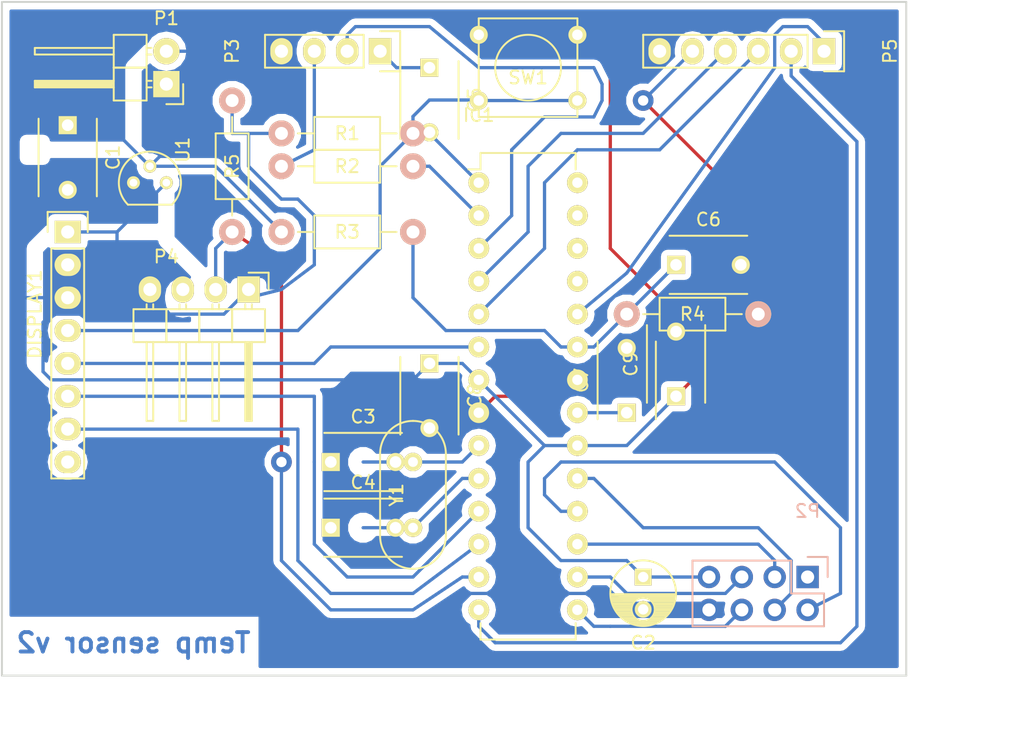
<source format=kicad_pcb>
(kicad_pcb (version 4) (host pcbnew 4.0.1-stable)

  (general
    (links 65)
    (no_connects 7)
    (area 144.704999 90.094999 214.705001 142.315001)
    (thickness 1.6)
    (drawings 7)
    (tracks 204)
    (zones 0)
    (modules 24)
    (nets 26)
  )

  (page A4)
  (title_block
    (title MySensor)
  )

  (layers
    (0 F.Cu signal)
    (31 B.Cu signal)
    (33 F.Adhes user)
    (35 F.Paste user)
    (37 F.SilkS user)
    (39 F.Mask user)
    (40 Dwgs.User user)
    (41 Cmts.User user)
    (42 Eco1.User user)
    (43 Eco2.User user)
    (44 Edge.Cuts user)
    (45 Margin user)
    (47 F.CrtYd user)
    (49 F.Fab user)
  )

  (setup
    (last_trace_width 0.254)
    (trace_clearance 0.25)
    (zone_clearance 0.508)
    (zone_45_only no)
    (trace_min 0.2)
    (segment_width 0.2)
    (edge_width 0.15)
    (via_size 1.6)
    (via_drill 0.8)
    (via_min_size 0.4)
    (via_min_drill 0.3)
    (uvia_size 0.3)
    (uvia_drill 0.1)
    (uvias_allowed no)
    (uvia_min_size 0.2)
    (uvia_min_drill 0.1)
    (pcb_text_width 0.3)
    (pcb_text_size 1.5 1.5)
    (mod_edge_width 0.15)
    (mod_text_size 1 1)
    (mod_text_width 0.15)
    (pad_size 1.524 1.524)
    (pad_drill 0.762)
    (pad_to_mask_clearance 0.2)
    (aux_axis_origin 0 0)
    (visible_elements 7FFFFFFF)
    (pcbplotparams
      (layerselection 0x00030_80000001)
      (usegerberextensions false)
      (excludeedgelayer true)
      (linewidth 0.100000)
      (plotframeref false)
      (viasonmask false)
      (mode 1)
      (useauxorigin false)
      (hpglpennumber 1)
      (hpglpenspeed 20)
      (hpglpendiameter 15)
      (hpglpenoverlay 2)
      (psnegative false)
      (psa4output false)
      (plotreference true)
      (plotvalue true)
      (plotinvisibletext false)
      (padsonsilk false)
      (subtractmaskfromsilk false)
      (outputformat 1)
      (mirror false)
      (drillshape 1)
      (scaleselection 1)
      (outputdirectory ""))
  )

  (net 0 "")
  (net 1 "Net-(C1-Pad1)")
  (net 2 GND)
  (net 3 +3V3)
  (net 4 "Net-(C3-Pad2)")
  (net 5 "Net-(C4-Pad2)")
  (net 6 /RST)
  (net 7 /RX)
  (net 8 /TX)
  (net 9 "Net-(IC1-Pad13)")
  (net 10 /CE)
  (net 11 /CS)
  (net 12 /MISO)
  (net 13 /SCK)
  (net 14 /D/C)
  (net 15 /DIN)
  (net 16 /SCLK)
  (net 17 "Net-(C7-Pad1)")
  (net 18 "Net-(IC1-Pad2)")
  (net 19 /A0)
  (net 20 /D2)
  (net 21 /D3)
  (net 22 /D8)
  (net 23 /A1)
  (net 24 /MOSI)
  (net 25 /RESET)

  (net_class Default "Toto je výchozí třída sítě."
    (clearance 0.25)
    (trace_width 0.254)
    (via_dia 1.6)
    (via_drill 0.8)
    (uvia_dia 0.3)
    (uvia_drill 0.1)
    (add_net +3V3)
    (add_net /A0)
    (add_net /A1)
    (add_net /CE)
    (add_net /CS)
    (add_net /D/C)
    (add_net /D2)
    (add_net /D3)
    (add_net /D8)
    (add_net /DIN)
    (add_net /MISO)
    (add_net /MOSI)
    (add_net /RESET)
    (add_net /RST)
    (add_net /RX)
    (add_net /SCK)
    (add_net /SCLK)
    (add_net /TX)
    (add_net GND)
    (add_net "Net-(C1-Pad1)")
    (add_net "Net-(C3-Pad2)")
    (add_net "Net-(C4-Pad2)")
    (add_net "Net-(C7-Pad1)")
    (add_net "Net-(IC1-Pad13)")
    (add_net "Net-(IC1-Pad2)")
  )

  (net_class Double ""
    (clearance 0.25)
    (trace_width 0.5)
    (via_dia 0.6)
    (via_drill 0.4)
    (uvia_dia 0.3)
    (uvia_drill 0.1)
  )

  (module Pin_Headers:Pin_Header_Angled_1x02 (layer F.Cu) (tedit 56A7DBF2) (tstamp 56A66ED6)
    (at 157.48 96.52 180)
    (descr "Through hole pin header")
    (tags "pin header")
    (path /56A2A179)
    (fp_text reference P1 (at 0 5.08 180) (layer F.SilkS)
      (effects (font (size 1 1) (thickness 0.15)))
    )
    (fp_text value Batt (at 7.62 5.08 180) (layer F.Fab)
      (effects (font (size 1 1) (thickness 0.15)))
    )
    (fp_line (start -1.5 -1.75) (end -1.5 4.3) (layer F.CrtYd) (width 0.05))
    (fp_line (start 10.65 -1.75) (end 10.65 4.3) (layer F.CrtYd) (width 0.05))
    (fp_line (start -1.5 -1.75) (end 10.65 -1.75) (layer F.CrtYd) (width 0.05))
    (fp_line (start -1.5 4.3) (end 10.65 4.3) (layer F.CrtYd) (width 0.05))
    (fp_line (start -1.3 -1.55) (end -1.3 0) (layer F.SilkS) (width 0.15))
    (fp_line (start 0 -1.55) (end -1.3 -1.55) (layer F.SilkS) (width 0.15))
    (fp_line (start 4.191 -0.127) (end 10.033 -0.127) (layer F.SilkS) (width 0.15))
    (fp_line (start 10.033 -0.127) (end 10.033 0.127) (layer F.SilkS) (width 0.15))
    (fp_line (start 10.033 0.127) (end 4.191 0.127) (layer F.SilkS) (width 0.15))
    (fp_line (start 4.191 0.127) (end 4.191 0) (layer F.SilkS) (width 0.15))
    (fp_line (start 4.191 0) (end 10.033 0) (layer F.SilkS) (width 0.15))
    (fp_line (start 1.524 -0.254) (end 1.143 -0.254) (layer F.SilkS) (width 0.15))
    (fp_line (start 1.524 0.254) (end 1.143 0.254) (layer F.SilkS) (width 0.15))
    (fp_line (start 1.524 2.286) (end 1.143 2.286) (layer F.SilkS) (width 0.15))
    (fp_line (start 1.524 2.794) (end 1.143 2.794) (layer F.SilkS) (width 0.15))
    (fp_line (start 1.524 -1.27) (end 4.064 -1.27) (layer F.SilkS) (width 0.15))
    (fp_line (start 1.524 1.27) (end 4.064 1.27) (layer F.SilkS) (width 0.15))
    (fp_line (start 1.524 1.27) (end 1.524 3.81) (layer F.SilkS) (width 0.15))
    (fp_line (start 1.524 3.81) (end 4.064 3.81) (layer F.SilkS) (width 0.15))
    (fp_line (start 4.064 2.286) (end 10.16 2.286) (layer F.SilkS) (width 0.15))
    (fp_line (start 10.16 2.286) (end 10.16 2.794) (layer F.SilkS) (width 0.15))
    (fp_line (start 10.16 2.794) (end 4.064 2.794) (layer F.SilkS) (width 0.15))
    (fp_line (start 4.064 3.81) (end 4.064 1.27) (layer F.SilkS) (width 0.15))
    (fp_line (start 4.064 1.27) (end 4.064 -1.27) (layer F.SilkS) (width 0.15))
    (fp_line (start 10.16 0.254) (end 4.064 0.254) (layer F.SilkS) (width 0.15))
    (fp_line (start 10.16 -0.254) (end 10.16 0.254) (layer F.SilkS) (width 0.15))
    (fp_line (start 4.064 -0.254) (end 10.16 -0.254) (layer F.SilkS) (width 0.15))
    (fp_line (start 1.524 1.27) (end 4.064 1.27) (layer F.SilkS) (width 0.15))
    (fp_line (start 1.524 -1.27) (end 1.524 1.27) (layer F.SilkS) (width 0.15))
    (pad 1 thru_hole rect (at 0 0 180) (size 2.032 2.032) (drill 1.016) (layers *.Cu *.Mask F.SilkS)
      (net 1 "Net-(C1-Pad1)"))
    (pad 2 thru_hole oval (at 0 2.54 180) (size 2.032 2.032) (drill 1.016) (layers *.Cu *.Mask F.SilkS)
      (net 2 GND))
    (model Pin_Headers.3dshapes/Pin_Header_Angled_1x02.wrl
      (at (xyz 0 -0.05 0))
      (scale (xyz 1 1 1))
      (rotate (xyz 0 0 90))
    )
  )

  (module Capacitors_ThroughHole:C_Radial_D5_L6_P2.5 (layer F.Cu) (tedit 56A7DC16) (tstamp 56A66E7A)
    (at 194.31 134.62 270)
    (descr "Radial Electrolytic Capacitor Diameter 5mm x Length 6mm, Pitch 2.5mm")
    (tags "Electrolytic Capacitor")
    (path /56A29903)
    (fp_text reference C2 (at 5.08 0 360) (layer F.SilkS)
      (effects (font (size 1 1) (thickness 0.15)))
    )
    (fp_text value 10u (at -2.54 -1.27 360) (layer F.Fab)
      (effects (font (size 1 1) (thickness 0.15)))
    )
    (fp_line (start 1.325 -2.499) (end 1.325 2.499) (layer F.SilkS) (width 0.15))
    (fp_line (start 1.465 -2.491) (end 1.465 2.491) (layer F.SilkS) (width 0.15))
    (fp_line (start 1.605 -2.475) (end 1.605 -0.095) (layer F.SilkS) (width 0.15))
    (fp_line (start 1.605 0.095) (end 1.605 2.475) (layer F.SilkS) (width 0.15))
    (fp_line (start 1.745 -2.451) (end 1.745 -0.49) (layer F.SilkS) (width 0.15))
    (fp_line (start 1.745 0.49) (end 1.745 2.451) (layer F.SilkS) (width 0.15))
    (fp_line (start 1.885 -2.418) (end 1.885 -0.657) (layer F.SilkS) (width 0.15))
    (fp_line (start 1.885 0.657) (end 1.885 2.418) (layer F.SilkS) (width 0.15))
    (fp_line (start 2.025 -2.377) (end 2.025 -0.764) (layer F.SilkS) (width 0.15))
    (fp_line (start 2.025 0.764) (end 2.025 2.377) (layer F.SilkS) (width 0.15))
    (fp_line (start 2.165 -2.327) (end 2.165 -0.835) (layer F.SilkS) (width 0.15))
    (fp_line (start 2.165 0.835) (end 2.165 2.327) (layer F.SilkS) (width 0.15))
    (fp_line (start 2.305 -2.266) (end 2.305 -0.879) (layer F.SilkS) (width 0.15))
    (fp_line (start 2.305 0.879) (end 2.305 2.266) (layer F.SilkS) (width 0.15))
    (fp_line (start 2.445 -2.196) (end 2.445 -0.898) (layer F.SilkS) (width 0.15))
    (fp_line (start 2.445 0.898) (end 2.445 2.196) (layer F.SilkS) (width 0.15))
    (fp_line (start 2.585 -2.114) (end 2.585 -0.896) (layer F.SilkS) (width 0.15))
    (fp_line (start 2.585 0.896) (end 2.585 2.114) (layer F.SilkS) (width 0.15))
    (fp_line (start 2.725 -2.019) (end 2.725 -0.871) (layer F.SilkS) (width 0.15))
    (fp_line (start 2.725 0.871) (end 2.725 2.019) (layer F.SilkS) (width 0.15))
    (fp_line (start 2.865 -1.908) (end 2.865 -0.823) (layer F.SilkS) (width 0.15))
    (fp_line (start 2.865 0.823) (end 2.865 1.908) (layer F.SilkS) (width 0.15))
    (fp_line (start 3.005 -1.78) (end 3.005 -0.745) (layer F.SilkS) (width 0.15))
    (fp_line (start 3.005 0.745) (end 3.005 1.78) (layer F.SilkS) (width 0.15))
    (fp_line (start 3.145 -1.631) (end 3.145 -0.628) (layer F.SilkS) (width 0.15))
    (fp_line (start 3.145 0.628) (end 3.145 1.631) (layer F.SilkS) (width 0.15))
    (fp_line (start 3.285 -1.452) (end 3.285 -0.44) (layer F.SilkS) (width 0.15))
    (fp_line (start 3.285 0.44) (end 3.285 1.452) (layer F.SilkS) (width 0.15))
    (fp_line (start 3.425 -1.233) (end 3.425 1.233) (layer F.SilkS) (width 0.15))
    (fp_line (start 3.565 -0.944) (end 3.565 0.944) (layer F.SilkS) (width 0.15))
    (fp_line (start 3.705 -0.472) (end 3.705 0.472) (layer F.SilkS) (width 0.15))
    (fp_circle (center 2.5 0) (end 2.5 -0.9) (layer F.SilkS) (width 0.15))
    (fp_circle (center 1.25 0) (end 1.25 -2.5375) (layer F.SilkS) (width 0.15))
    (fp_circle (center 1.25 0) (end 1.25 -2.8) (layer F.CrtYd) (width 0.05))
    (pad 1 thru_hole rect (at 0 0 270) (size 1.3 1.3) (drill 0.8) (layers *.Cu *.Mask F.SilkS)
      (net 3 +3V3))
    (pad 2 thru_hole circle (at 2.5 0 270) (size 1.3 1.3) (drill 0.8) (layers *.Cu *.Mask F.SilkS)
      (net 2 GND))
    (model Capacitors_ThroughHole.3dshapes/C_Radial_D5_L6_P2.5.wrl
      (at (xyz 0.0492126 0 0))
      (scale (xyz 1 1 1))
      (rotate (xyz 0 0 90))
    )
  )

  (module Socket_Strips:Socket_Strip_Straight_1x08 (layer F.Cu) (tedit 56A761A3) (tstamp 56A66EB0)
    (at 149.86 107.95 270)
    (descr "Through hole socket strip")
    (tags "socket strip")
    (path /56A3F952)
    (fp_text reference DISPLAY1 (at 6.35 2.54 270) (layer F.SilkS)
      (effects (font (size 1 1) (thickness 0.15)))
    )
    (fp_text value PCD8544 (at 5.08 -2.54 270) (layer F.Fab)
      (effects (font (size 1 1) (thickness 0.15)))
    )
    (fp_line (start -1.75 -1.75) (end -1.75 1.75) (layer F.CrtYd) (width 0.05))
    (fp_line (start 19.55 -1.75) (end 19.55 1.75) (layer F.CrtYd) (width 0.05))
    (fp_line (start -1.75 -1.75) (end 19.55 -1.75) (layer F.CrtYd) (width 0.05))
    (fp_line (start -1.75 1.75) (end 19.55 1.75) (layer F.CrtYd) (width 0.05))
    (fp_line (start 1.27 1.27) (end 19.05 1.27) (layer F.SilkS) (width 0.15))
    (fp_line (start 19.05 1.27) (end 19.05 -1.27) (layer F.SilkS) (width 0.15))
    (fp_line (start 19.05 -1.27) (end 1.27 -1.27) (layer F.SilkS) (width 0.15))
    (fp_line (start -1.55 1.55) (end 0 1.55) (layer F.SilkS) (width 0.15))
    (fp_line (start 1.27 1.27) (end 1.27 -1.27) (layer F.SilkS) (width 0.15))
    (fp_line (start 0 -1.55) (end -1.55 -1.55) (layer F.SilkS) (width 0.15))
    (fp_line (start -1.55 -1.55) (end -1.55 1.55) (layer F.SilkS) (width 0.15))
    (pad 1 thru_hole rect (at 0 0 270) (size 1.7272 2.032) (drill 1.016) (layers *.Cu *.Mask F.SilkS)
      (net 3 +3V3))
    (pad 2 thru_hole oval (at 2.54 0 270) (size 1.7272 2.032) (drill 1.016) (layers *.Cu *.Mask F.SilkS)
      (net 2 GND))
    (pad 3 thru_hole oval (at 5.08 0 270) (size 1.7272 2.032) (drill 1.016) (layers *.Cu *.Mask F.SilkS)
      (net 2 GND))
    (pad 4 thru_hole oval (at 7.62 0 270) (size 1.7272 2.032) (drill 1.016) (layers *.Cu *.Mask F.SilkS)
      (net 6 /RST))
    (pad 5 thru_hole oval (at 10.16 0 270) (size 1.7272 2.032) (drill 1.016) (layers *.Cu *.Mask F.SilkS)
      (net 14 /D/C))
    (pad 6 thru_hole oval (at 12.7 0 270) (size 1.7272 2.032) (drill 1.016) (layers *.Cu *.Mask F.SilkS)
      (net 15 /DIN))
    (pad 7 thru_hole oval (at 15.24 0 270) (size 1.7272 2.032) (drill 1.016) (layers *.Cu *.Mask F.SilkS)
      (net 16 /SCLK))
    (pad 8 thru_hole oval (at 17.78 0 270) (size 1.7272 2.032) (drill 1.016) (layers *.Cu *.Mask F.SilkS))
    (model Socket_Strips.3dshapes/Socket_Strip_Straight_1x08.wrl
      (at (xyz 0.35 0 0))
      (scale (xyz 1 1 1))
      (rotate (xyz 0 0 180))
    )
  )

  (module Housings_DIP:DIP-28_W7.62mm (layer F.Cu) (tedit 56A76093) (tstamp 56A66ED0)
    (at 181.61 104.14)
    (descr "28-lead dip package, row spacing 7.62 mm (300 mils)")
    (tags "dil dip 2.54 300")
    (path /56A2924F)
    (fp_text reference IC1 (at 0 -5.22) (layer F.SilkS)
      (effects (font (size 1 1) (thickness 0.15)))
    )
    (fp_text value ATMEGA328P-P (at 3.81 27.94 90) (layer F.Fab)
      (effects (font (size 1 1) (thickness 0.15)))
    )
    (fp_line (start -1.05 -2.45) (end -1.05 35.5) (layer F.CrtYd) (width 0.05))
    (fp_line (start 8.65 -2.45) (end 8.65 35.5) (layer F.CrtYd) (width 0.05))
    (fp_line (start -1.05 -2.45) (end 8.65 -2.45) (layer F.CrtYd) (width 0.05))
    (fp_line (start -1.05 35.5) (end 8.65 35.5) (layer F.CrtYd) (width 0.05))
    (fp_line (start 0.135 -2.295) (end 0.135 -1.025) (layer F.SilkS) (width 0.15))
    (fp_line (start 7.485 -2.295) (end 7.485 -1.025) (layer F.SilkS) (width 0.15))
    (fp_line (start 7.485 35.315) (end 7.485 34.045) (layer F.SilkS) (width 0.15))
    (fp_line (start 0.135 35.315) (end 0.135 34.045) (layer F.SilkS) (width 0.15))
    (fp_line (start 0.135 -2.295) (end 7.485 -2.295) (layer F.SilkS) (width 0.15))
    (fp_line (start 0.135 35.315) (end 7.485 35.315) (layer F.SilkS) (width 0.15))
    (fp_line (start 0.135 -1.025) (end -0.8 -1.025) (layer F.SilkS) (width 0.15))
    (pad 1 thru_hole oval (at 0 0) (size 1.6 1.6) (drill 0.8) (layers *.Cu *.Mask F.SilkS)
      (net 6 /RST))
    (pad 2 thru_hole oval (at 0 2.54) (size 1.6 1.6) (drill 0.8) (layers *.Cu *.Mask F.SilkS)
      (net 18 "Net-(IC1-Pad2)"))
    (pad 3 thru_hole oval (at 0 5.08) (size 1.6 1.6) (drill 0.8) (layers *.Cu *.Mask F.SilkS)
      (net 7 /RX))
    (pad 4 thru_hole oval (at 0 7.62) (size 1.6 1.6) (drill 0.8) (layers *.Cu *.Mask F.SilkS)
      (net 20 /D2))
    (pad 5 thru_hole oval (at 0 10.16) (size 1.6 1.6) (drill 0.8) (layers *.Cu *.Mask F.SilkS)
      (net 21 /D3))
    (pad 6 thru_hole oval (at 0 12.7) (size 1.6 1.6) (drill 0.8) (layers *.Cu *.Mask F.SilkS)
      (net 14 /D/C))
    (pad 7 thru_hole oval (at 0 15.24) (size 1.6 1.6) (drill 0.8) (layers *.Cu *.Mask F.SilkS)
      (net 3 +3V3))
    (pad 8 thru_hole oval (at 0 17.78) (size 1.6 1.6) (drill 0.8) (layers *.Cu *.Mask F.SilkS)
      (net 2 GND))
    (pad 9 thru_hole oval (at 0 20.32) (size 1.6 1.6) (drill 0.8) (layers *.Cu *.Mask F.SilkS)
      (net 4 "Net-(C3-Pad2)"))
    (pad 10 thru_hole oval (at 0 22.86) (size 1.6 1.6) (drill 0.8) (layers *.Cu *.Mask F.SilkS)
      (net 5 "Net-(C4-Pad2)"))
    (pad 11 thru_hole oval (at 0 25.4) (size 1.6 1.6) (drill 0.8) (layers *.Cu *.Mask F.SilkS)
      (net 15 /DIN))
    (pad 12 thru_hole oval (at 0 27.94) (size 1.6 1.6) (drill 0.8) (layers *.Cu *.Mask F.SilkS)
      (net 16 /SCLK))
    (pad 13 thru_hole oval (at 0 30.48) (size 1.6 1.6) (drill 0.8) (layers *.Cu *.Mask F.SilkS)
      (net 9 "Net-(IC1-Pad13)"))
    (pad 14 thru_hole oval (at 0 33.02) (size 1.6 1.6) (drill 0.8) (layers *.Cu *.Mask F.SilkS)
      (net 22 /D8))
    (pad 15 thru_hole oval (at 7.62 33.02) (size 1.6 1.6) (drill 0.8) (layers *.Cu *.Mask F.SilkS)
      (net 10 /CE))
    (pad 16 thru_hole oval (at 7.62 30.48) (size 1.6 1.6) (drill 0.8) (layers *.Cu *.Mask F.SilkS)
      (net 11 /CS))
    (pad 17 thru_hole oval (at 7.62 27.94) (size 1.6 1.6) (drill 0.8) (layers *.Cu *.Mask F.SilkS)
      (net 24 /MOSI))
    (pad 18 thru_hole oval (at 7.62 25.4) (size 1.6 1.6) (drill 0.8) (layers *.Cu *.Mask F.SilkS)
      (net 12 /MISO))
    (pad 19 thru_hole oval (at 7.62 22.86) (size 1.6 1.6) (drill 0.8) (layers *.Cu *.Mask F.SilkS)
      (net 13 /SCK))
    (pad 20 thru_hole oval (at 7.62 20.32) (size 1.6 1.6) (drill 0.8) (layers *.Cu *.Mask F.SilkS)
      (net 3 +3V3))
    (pad 21 thru_hole oval (at 7.62 17.78) (size 1.6 1.6) (drill 0.8) (layers *.Cu *.Mask F.SilkS)
      (net 17 "Net-(C7-Pad1)"))
    (pad 22 thru_hole oval (at 7.62 15.24) (size 1.6 1.6) (drill 0.8) (layers *.Cu *.Mask F.SilkS)
      (net 2 GND))
    (pad 23 thru_hole oval (at 7.62 12.7) (size 1.6 1.6) (drill 0.8) (layers *.Cu *.Mask F.SilkS)
      (net 19 /A0))
    (pad 24 thru_hole oval (at 7.62 10.16) (size 1.6 1.6) (drill 0.8) (layers *.Cu *.Mask F.SilkS)
      (net 23 /A1))
    (pad 25 thru_hole oval (at 7.62 7.62) (size 1.6 1.6) (drill 0.8) (layers *.Cu *.Mask F.SilkS))
    (pad 26 thru_hole oval (at 7.62 5.08) (size 1.6 1.6) (drill 0.8) (layers *.Cu *.Mask F.SilkS))
    (pad 27 thru_hole oval (at 7.62 2.54) (size 1.6 1.6) (drill 0.8) (layers *.Cu *.Mask F.SilkS))
    (pad 28 thru_hole oval (at 7.62 0) (size 1.6 1.6) (drill 0.8) (layers *.Cu *.Mask F.SilkS))
    (model Housings_DIP.3dshapes/DIP-28_W7.62mm.wrl
      (at (xyz 0 0 0))
      (scale (xyz 1 1 1))
      (rotate (xyz 0 0 0))
    )
  )

  (module Pin_Headers:Pin_Header_Straight_1x04 (layer F.Cu) (tedit 56A77FBE) (tstamp 56A66EEA)
    (at 173.99 93.98 270)
    (descr "Through hole pin header")
    (tags "pin header")
    (path /56A2B092)
    (fp_text reference P3 (at 0 11.43 270) (layer F.SilkS)
      (effects (font (size 1 1) (thickness 0.15)))
    )
    (fp_text value FTDI (at 0 10.16 270) (layer F.Fab)
      (effects (font (size 1 1) (thickness 0.15)))
    )
    (fp_line (start -1.75 -1.75) (end -1.75 9.4) (layer F.CrtYd) (width 0.05))
    (fp_line (start 1.75 -1.75) (end 1.75 9.4) (layer F.CrtYd) (width 0.05))
    (fp_line (start -1.75 -1.75) (end 1.75 -1.75) (layer F.CrtYd) (width 0.05))
    (fp_line (start -1.75 9.4) (end 1.75 9.4) (layer F.CrtYd) (width 0.05))
    (fp_line (start -1.27 1.27) (end -1.27 8.89) (layer F.SilkS) (width 0.15))
    (fp_line (start 1.27 1.27) (end 1.27 8.89) (layer F.SilkS) (width 0.15))
    (fp_line (start 1.55 -1.55) (end 1.55 0) (layer F.SilkS) (width 0.15))
    (fp_line (start -1.27 8.89) (end 1.27 8.89) (layer F.SilkS) (width 0.15))
    (fp_line (start 1.27 1.27) (end -1.27 1.27) (layer F.SilkS) (width 0.15))
    (fp_line (start -1.55 0) (end -1.55 -1.55) (layer F.SilkS) (width 0.15))
    (fp_line (start -1.55 -1.55) (end 1.55 -1.55) (layer F.SilkS) (width 0.15))
    (pad 1 thru_hole rect (at 0 0 270) (size 2.032 1.7272) (drill 1.016) (layers *.Cu *.Mask F.SilkS)
      (net 25 /RESET))
    (pad 2 thru_hole oval (at 0 2.54 270) (size 2.032 1.7272) (drill 1.016) (layers *.Cu *.Mask F.SilkS)
      (net 7 /RX))
    (pad 3 thru_hole oval (at 0 5.08 270) (size 2.032 1.7272) (drill 1.016) (layers *.Cu *.Mask F.SilkS)
      (net 8 /TX))
    (pad 4 thru_hole oval (at 0 7.62 270) (size 2.032 1.7272) (drill 1.016) (layers *.Cu *.Mask F.SilkS)
      (net 2 GND))
    (model Pin_Headers.3dshapes/Pin_Header_Straight_1x04.wrl
      (at (xyz 0 -0.15 0))
      (scale (xyz 1 1 1))
      (rotate (xyz 0 0 90))
    )
  )

  (module Pin_Headers:Pin_Header_Angled_1x04 (layer F.Cu) (tedit 56A761B3) (tstamp 56A66EF2)
    (at 163.83 112.395 270)
    (descr "Through hole pin header")
    (tags "pin header")
    (path /56A66C8A)
    (fp_text reference P4 (at -2.54 6.35 360) (layer F.SilkS)
      (effects (font (size 1 1) (thickness 0.15)))
    )
    (fp_text value DHT22 (at 11.43 3.81 360) (layer F.Fab)
      (effects (font (size 1 1) (thickness 0.15)))
    )
    (fp_line (start -1.5 -1.75) (end -1.5 9.4) (layer F.CrtYd) (width 0.05))
    (fp_line (start 10.65 -1.75) (end 10.65 9.4) (layer F.CrtYd) (width 0.05))
    (fp_line (start -1.5 -1.75) (end 10.65 -1.75) (layer F.CrtYd) (width 0.05))
    (fp_line (start -1.5 9.4) (end 10.65 9.4) (layer F.CrtYd) (width 0.05))
    (fp_line (start -1.3 -1.55) (end -1.3 0) (layer F.SilkS) (width 0.15))
    (fp_line (start 0 -1.55) (end -1.3 -1.55) (layer F.SilkS) (width 0.15))
    (fp_line (start 4.191 -0.127) (end 10.033 -0.127) (layer F.SilkS) (width 0.15))
    (fp_line (start 10.033 -0.127) (end 10.033 0.127) (layer F.SilkS) (width 0.15))
    (fp_line (start 10.033 0.127) (end 4.191 0.127) (layer F.SilkS) (width 0.15))
    (fp_line (start 4.191 0.127) (end 4.191 0) (layer F.SilkS) (width 0.15))
    (fp_line (start 4.191 0) (end 10.033 0) (layer F.SilkS) (width 0.15))
    (fp_line (start 1.524 -0.254) (end 1.143 -0.254) (layer F.SilkS) (width 0.15))
    (fp_line (start 1.524 0.254) (end 1.143 0.254) (layer F.SilkS) (width 0.15))
    (fp_line (start 1.524 2.286) (end 1.143 2.286) (layer F.SilkS) (width 0.15))
    (fp_line (start 1.524 2.794) (end 1.143 2.794) (layer F.SilkS) (width 0.15))
    (fp_line (start 1.524 4.826) (end 1.143 4.826) (layer F.SilkS) (width 0.15))
    (fp_line (start 1.524 5.334) (end 1.143 5.334) (layer F.SilkS) (width 0.15))
    (fp_line (start 1.524 7.874) (end 1.143 7.874) (layer F.SilkS) (width 0.15))
    (fp_line (start 1.524 7.366) (end 1.143 7.366) (layer F.SilkS) (width 0.15))
    (fp_line (start 1.524 -1.27) (end 4.064 -1.27) (layer F.SilkS) (width 0.15))
    (fp_line (start 1.524 1.27) (end 4.064 1.27) (layer F.SilkS) (width 0.15))
    (fp_line (start 1.524 1.27) (end 1.524 3.81) (layer F.SilkS) (width 0.15))
    (fp_line (start 1.524 3.81) (end 4.064 3.81) (layer F.SilkS) (width 0.15))
    (fp_line (start 4.064 2.286) (end 10.16 2.286) (layer F.SilkS) (width 0.15))
    (fp_line (start 10.16 2.286) (end 10.16 2.794) (layer F.SilkS) (width 0.15))
    (fp_line (start 10.16 2.794) (end 4.064 2.794) (layer F.SilkS) (width 0.15))
    (fp_line (start 4.064 3.81) (end 4.064 1.27) (layer F.SilkS) (width 0.15))
    (fp_line (start 4.064 1.27) (end 4.064 -1.27) (layer F.SilkS) (width 0.15))
    (fp_line (start 10.16 0.254) (end 4.064 0.254) (layer F.SilkS) (width 0.15))
    (fp_line (start 10.16 -0.254) (end 10.16 0.254) (layer F.SilkS) (width 0.15))
    (fp_line (start 4.064 -0.254) (end 10.16 -0.254) (layer F.SilkS) (width 0.15))
    (fp_line (start 1.524 1.27) (end 4.064 1.27) (layer F.SilkS) (width 0.15))
    (fp_line (start 1.524 -1.27) (end 1.524 1.27) (layer F.SilkS) (width 0.15))
    (fp_line (start 1.524 6.35) (end 4.064 6.35) (layer F.SilkS) (width 0.15))
    (fp_line (start 1.524 6.35) (end 1.524 8.89) (layer F.SilkS) (width 0.15))
    (fp_line (start 1.524 8.89) (end 4.064 8.89) (layer F.SilkS) (width 0.15))
    (fp_line (start 4.064 7.366) (end 10.16 7.366) (layer F.SilkS) (width 0.15))
    (fp_line (start 10.16 7.366) (end 10.16 7.874) (layer F.SilkS) (width 0.15))
    (fp_line (start 10.16 7.874) (end 4.064 7.874) (layer F.SilkS) (width 0.15))
    (fp_line (start 4.064 8.89) (end 4.064 6.35) (layer F.SilkS) (width 0.15))
    (fp_line (start 4.064 6.35) (end 4.064 3.81) (layer F.SilkS) (width 0.15))
    (fp_line (start 10.16 5.334) (end 4.064 5.334) (layer F.SilkS) (width 0.15))
    (fp_line (start 10.16 4.826) (end 10.16 5.334) (layer F.SilkS) (width 0.15))
    (fp_line (start 4.064 4.826) (end 10.16 4.826) (layer F.SilkS) (width 0.15))
    (fp_line (start 1.524 6.35) (end 4.064 6.35) (layer F.SilkS) (width 0.15))
    (fp_line (start 1.524 3.81) (end 1.524 6.35) (layer F.SilkS) (width 0.15))
    (fp_line (start 1.524 3.81) (end 4.064 3.81) (layer F.SilkS) (width 0.15))
    (pad 1 thru_hole rect (at 0 0 270) (size 2.032 1.7272) (drill 1.016) (layers *.Cu *.Mask F.SilkS)
      (net 3 +3V3))
    (pad 2 thru_hole oval (at 0 2.54 270) (size 2.032 1.7272) (drill 1.016) (layers *.Cu *.Mask F.SilkS)
      (net 9 "Net-(IC1-Pad13)"))
    (pad 3 thru_hole oval (at 0 5.08 270) (size 2.032 1.7272) (drill 1.016) (layers *.Cu *.Mask F.SilkS))
    (pad 4 thru_hole oval (at 0 7.62 270) (size 2.032 1.7272) (drill 1.016) (layers *.Cu *.Mask F.SilkS)
      (net 2 GND))
    (model Pin_Headers.3dshapes/Pin_Header_Angled_1x04.wrl
      (at (xyz 0 -0.15 0))
      (scale (xyz 1 1 1))
      (rotate (xyz 0 0 90))
    )
  )

  (module Resistors_ThroughHole:Resistor_Horizontal_RM10mm (layer F.Cu) (tedit 56A76086) (tstamp 56A66EF8)
    (at 171.45 100.33)
    (descr "Resistor, Axial,  RM 10mm, 1/3W,")
    (tags "Resistor, Axial, RM 10mm, 1/3W,")
    (path /56A292C1)
    (fp_text reference R1 (at 0 0) (layer F.SilkS)
      (effects (font (size 1 1) (thickness 0.15)))
    )
    (fp_text value 10k (at 0 2.54) (layer F.Fab)
      (effects (font (size 1 1) (thickness 0.15)))
    )
    (fp_line (start -2.54 -1.27) (end 2.54 -1.27) (layer F.SilkS) (width 0.15))
    (fp_line (start 2.54 -1.27) (end 2.54 1.27) (layer F.SilkS) (width 0.15))
    (fp_line (start 2.54 1.27) (end -2.54 1.27) (layer F.SilkS) (width 0.15))
    (fp_line (start -2.54 1.27) (end -2.54 -1.27) (layer F.SilkS) (width 0.15))
    (fp_line (start -2.54 0) (end -3.81 0) (layer F.SilkS) (width 0.15))
    (fp_line (start 2.54 0) (end 3.81 0) (layer F.SilkS) (width 0.15))
    (pad 1 thru_hole circle (at -5.08 0) (size 1.99898 1.99898) (drill 1.00076) (layers *.Cu *.SilkS *.Mask)
      (net 3 +3V3))
    (pad 2 thru_hole circle (at 5.08 0) (size 1.99898 1.99898) (drill 1.00076) (layers *.Cu *.SilkS *.Mask)
      (net 6 /RST))
    (model Resistors_ThroughHole.3dshapes/Resistor_Horizontal_RM10mm.wrl
      (at (xyz 0 0 0))
      (scale (xyz 0.4 0.4 0.4))
      (rotate (xyz 0 0 0))
    )
  )

  (module Resistors_ThroughHole:Resistor_Horizontal_RM10mm (layer F.Cu) (tedit 56A76082) (tstamp 56A66EFE)
    (at 171.45 102.87)
    (descr "Resistor, Axial,  RM 10mm, 1/3W,")
    (tags "Resistor, Axial, RM 10mm, 1/3W,")
    (path /56A5CFAB)
    (fp_text reference R2 (at 0 0) (layer F.SilkS)
      (effects (font (size 1 1) (thickness 0.15)))
    )
    (fp_text value 10k (at 0 2.54) (layer F.Fab)
      (effects (font (size 1 1) (thickness 0.15)))
    )
    (fp_line (start -2.54 -1.27) (end 2.54 -1.27) (layer F.SilkS) (width 0.15))
    (fp_line (start 2.54 -1.27) (end 2.54 1.27) (layer F.SilkS) (width 0.15))
    (fp_line (start 2.54 1.27) (end -2.54 1.27) (layer F.SilkS) (width 0.15))
    (fp_line (start -2.54 1.27) (end -2.54 -1.27) (layer F.SilkS) (width 0.15))
    (fp_line (start -2.54 0) (end -3.81 0) (layer F.SilkS) (width 0.15))
    (fp_line (start 2.54 0) (end 3.81 0) (layer F.SilkS) (width 0.15))
    (pad 1 thru_hole circle (at -5.08 0) (size 1.99898 1.99898) (drill 1.00076) (layers *.Cu *.SilkS *.Mask)
      (net 8 /TX))
    (pad 2 thru_hole circle (at 5.08 0) (size 1.99898 1.99898) (drill 1.00076) (layers *.Cu *.SilkS *.Mask)
      (net 18 "Net-(IC1-Pad2)"))
    (model Resistors_ThroughHole.3dshapes/Resistor_Horizontal_RM10mm.wrl
      (at (xyz 0 0 0))
      (scale (xyz 0.4 0.4 0.4))
      (rotate (xyz 0 0 0))
    )
  )

  (module Resistors_ThroughHole:Resistor_Horizontal_RM10mm (layer F.Cu) (tedit 56A76185) (tstamp 56A66F04)
    (at 171.45 107.95)
    (descr "Resistor, Axial,  RM 10mm, 1/3W,")
    (tags "Resistor, Axial, RM 10mm, 1/3W,")
    (path /56A5C113)
    (fp_text reference R3 (at 0 0) (layer F.SilkS)
      (effects (font (size 1 1) (thickness 0.15)))
    )
    (fp_text value 1M (at 0 2.54) (layer F.Fab)
      (effects (font (size 1 1) (thickness 0.15)))
    )
    (fp_line (start -2.54 -1.27) (end 2.54 -1.27) (layer F.SilkS) (width 0.15))
    (fp_line (start 2.54 -1.27) (end 2.54 1.27) (layer F.SilkS) (width 0.15))
    (fp_line (start 2.54 1.27) (end -2.54 1.27) (layer F.SilkS) (width 0.15))
    (fp_line (start -2.54 1.27) (end -2.54 -1.27) (layer F.SilkS) (width 0.15))
    (fp_line (start -2.54 0) (end -3.81 0) (layer F.SilkS) (width 0.15))
    (fp_line (start 2.54 0) (end 3.81 0) (layer F.SilkS) (width 0.15))
    (pad 1 thru_hole circle (at -5.08 0) (size 1.99898 1.99898) (drill 1.00076) (layers *.Cu *.SilkS *.Mask)
      (net 1 "Net-(C1-Pad1)"))
    (pad 2 thru_hole circle (at 5.08 0) (size 1.99898 1.99898) (drill 1.00076) (layers *.Cu *.SilkS *.Mask)
      (net 19 /A0))
    (model Resistors_ThroughHole.3dshapes/Resistor_Horizontal_RM10mm.wrl
      (at (xyz 0 0 0))
      (scale (xyz 0.4 0.4 0.4))
      (rotate (xyz 0 0 0))
    )
  )

  (module Resistors_ThroughHole:Resistor_Horizontal_RM10mm (layer F.Cu) (tedit 56A796B0) (tstamp 56A66F0A)
    (at 198.12 114.3)
    (descr "Resistor, Axial,  RM 10mm, 1/3W,")
    (tags "Resistor, Axial, RM 10mm, 1/3W,")
    (path /56A5C2EC)
    (fp_text reference R4 (at 0 0) (layer F.SilkS)
      (effects (font (size 1 1) (thickness 0.15)))
    )
    (fp_text value 270K (at 3.81 3.81) (layer F.Fab)
      (effects (font (size 1 1) (thickness 0.15)))
    )
    (fp_line (start -2.54 -1.27) (end 2.54 -1.27) (layer F.SilkS) (width 0.15))
    (fp_line (start 2.54 -1.27) (end 2.54 1.27) (layer F.SilkS) (width 0.15))
    (fp_line (start 2.54 1.27) (end -2.54 1.27) (layer F.SilkS) (width 0.15))
    (fp_line (start -2.54 1.27) (end -2.54 -1.27) (layer F.SilkS) (width 0.15))
    (fp_line (start -2.54 0) (end -3.81 0) (layer F.SilkS) (width 0.15))
    (fp_line (start 2.54 0) (end 3.81 0) (layer F.SilkS) (width 0.15))
    (pad 1 thru_hole circle (at -5.08 0) (size 1.99898 1.99898) (drill 1.00076) (layers *.Cu *.SilkS *.Mask)
      (net 19 /A0))
    (pad 2 thru_hole circle (at 5.08 0) (size 1.99898 1.99898) (drill 1.00076) (layers *.Cu *.SilkS *.Mask)
      (net 2 GND))
    (model Resistors_ThroughHole.3dshapes/Resistor_Horizontal_RM10mm.wrl
      (at (xyz 0 0 0))
      (scale (xyz 0.4 0.4 0.4))
      (rotate (xyz 0 0 0))
    )
  )

  (module Resistors_ThroughHole:Resistor_Horizontal_RM10mm (layer F.Cu) (tedit 56A7617E) (tstamp 56A66F10)
    (at 162.56 102.87 90)
    (descr "Resistor, Axial,  RM 10mm, 1/3W,")
    (tags "Resistor, Axial, RM 10mm, 1/3W,")
    (path /56A67A42)
    (fp_text reference R5 (at 0 0 90) (layer F.SilkS)
      (effects (font (size 1 1) (thickness 0.15)))
    )
    (fp_text value 10k (at 0 2.54 90) (layer F.Fab)
      (effects (font (size 1 1) (thickness 0.15)))
    )
    (fp_line (start -2.54 -1.27) (end 2.54 -1.27) (layer F.SilkS) (width 0.15))
    (fp_line (start 2.54 -1.27) (end 2.54 1.27) (layer F.SilkS) (width 0.15))
    (fp_line (start 2.54 1.27) (end -2.54 1.27) (layer F.SilkS) (width 0.15))
    (fp_line (start -2.54 1.27) (end -2.54 -1.27) (layer F.SilkS) (width 0.15))
    (fp_line (start -2.54 0) (end -3.81 0) (layer F.SilkS) (width 0.15))
    (fp_line (start 2.54 0) (end 3.81 0) (layer F.SilkS) (width 0.15))
    (pad 1 thru_hole circle (at -5.08 0 90) (size 1.99898 1.99898) (drill 1.00076) (layers *.Cu *.SilkS *.Mask)
      (net 9 "Net-(IC1-Pad13)"))
    (pad 2 thru_hole circle (at 5.08 0 90) (size 1.99898 1.99898) (drill 1.00076) (layers *.Cu *.SilkS *.Mask)
      (net 3 +3V3))
    (model Resistors_ThroughHole.3dshapes/Resistor_Horizontal_RM10mm.wrl
      (at (xyz 0 0 0))
      (scale (xyz 0.4 0.4 0.4))
      (rotate (xyz 0 0 0))
    )
  )

  (module Buttons_Switches_ThroughHole:SW_PUSH_SMALL (layer F.Cu) (tedit 0) (tstamp 56A66F18)
    (at 185.42 95.25 180)
    (path /56A5D1AB)
    (fp_text reference SW1 (at 0 -0.762 180) (layer F.SilkS)
      (effects (font (size 1 1) (thickness 0.15)))
    )
    (fp_text value "RESET BTN" (at 0 1.016 180) (layer F.Fab)
      (effects (font (size 1 1) (thickness 0.15)))
    )
    (fp_circle (center 0 0) (end 0 -2.54) (layer F.SilkS) (width 0.15))
    (fp_line (start -3.81 -3.81) (end 3.81 -3.81) (layer F.SilkS) (width 0.15))
    (fp_line (start 3.81 -3.81) (end 3.81 3.81) (layer F.SilkS) (width 0.15))
    (fp_line (start 3.81 3.81) (end -3.81 3.81) (layer F.SilkS) (width 0.15))
    (fp_line (start -3.81 -3.81) (end -3.81 3.81) (layer F.SilkS) (width 0.15))
    (pad 1 thru_hole circle (at 3.81 -2.54 180) (size 1.397 1.397) (drill 0.8128) (layers *.Cu *.Mask F.SilkS)
      (net 6 /RST))
    (pad 2 thru_hole circle (at 3.81 2.54 180) (size 1.397 1.397) (drill 0.8128) (layers *.Cu *.Mask F.SilkS)
      (net 2 GND))
    (pad 1 thru_hole circle (at -3.81 -2.54 180) (size 1.397 1.397) (drill 0.8128) (layers *.Cu *.Mask F.SilkS)
      (net 6 /RST))
    (pad 2 thru_hole circle (at -3.81 2.54 180) (size 1.397 1.397) (drill 0.8128) (layers *.Cu *.Mask F.SilkS)
      (net 2 GND))
  )

  (module TO_SOT_Packages_THT:TO-92_Molded_Narrow (layer F.Cu) (tedit 571BD57E) (tstamp 56A66F1F)
    (at 154.94 104.14)
    (descr "TO-92 leads molded, narrow, drill 0.6mm (see NXP sot054_po.pdf)")
    (tags "to-92 sc-43 sc-43a sot54 PA33 transistor")
    (path /56A7912B)
    (fp_text reference U1 (at 3.81 -2.54 270) (layer F.SilkS)
      (effects (font (size 1 1) (thickness 0.15)))
    )
    (fp_text value MCP1702 (at 5.08 0 90) (layer F.Fab)
      (effects (font (size 1 1) (thickness 0.15)))
    )
    (fp_line (start -1.4 1.95) (end -1.4 -2.65) (layer F.CrtYd) (width 0.05))
    (fp_line (start -1.4 1.95) (end 3.9 1.95) (layer F.CrtYd) (width 0.05))
    (fp_line (start -0.43 1.7) (end 2.97 1.7) (layer F.SilkS) (width 0.15))
    (fp_arc (start 1.27 0) (end 1.27 -2.4) (angle -135) (layer F.SilkS) (width 0.15))
    (fp_arc (start 1.27 0) (end 1.27 -2.4) (angle 135) (layer F.SilkS) (width 0.15))
    (fp_line (start -1.4 -2.65) (end 3.9 -2.65) (layer F.CrtYd) (width 0.05))
    (fp_line (start 3.9 1.95) (end 3.9 -2.65) (layer F.CrtYd) (width 0.05))
    (pad 2 thru_hole circle (at 1.27 -1.27 90) (size 1.00076 1.00076) (drill 0.6) (layers *.Cu *.Mask F.SilkS)
      (net 1 "Net-(C1-Pad1)"))
    (pad 3 thru_hole circle (at 2.54 0 90) (size 1.00076 1.00076) (drill 0.6) (layers *.Cu *.Mask F.SilkS)
      (net 3 +3V3))
    (pad 1 thru_hole circle (at 0 0 90) (size 1.00076 1.00076) (drill 0.6) (layers *.Cu *.Mask F.SilkS)
      (net 2 GND))
    (model TO_SOT_Packages_THT.3dshapes/TO-92_Molded_Narrow.wrl
      (at (xyz 0.05 0 0))
      (scale (xyz 1 1 1))
      (rotate (xyz 0 0 -90))
    )
  )

  (module Crystals:HC-49V (layer F.Cu) (tedit 56A76194) (tstamp 56A66F25)
    (at 176.53 128.27 270)
    (descr "Quartz boitier HC-49 Vertical")
    (tags "QUARTZ DEV")
    (path /56A294EA)
    (fp_text reference Y1 (at 0 1.27 270) (layer F.SilkS)
      (effects (font (size 1 1) (thickness 0.15)))
    )
    (fp_text value 16M (at 0 -1.27 270) (layer F.Fab)
      (effects (font (size 1 1) (thickness 0.15)))
    )
    (fp_line (start -3.175 2.54) (end 3.175 2.54) (layer F.SilkS) (width 0.15))
    (fp_line (start -3.175 -2.54) (end 3.175 -2.54) (layer F.SilkS) (width 0.15))
    (fp_arc (start 3.175 0) (end 3.175 -2.54) (angle 90) (layer F.SilkS) (width 0.15))
    (fp_arc (start 3.175 0) (end 5.715 0) (angle 90) (layer F.SilkS) (width 0.15))
    (fp_arc (start -3.175 0) (end -5.715 0) (angle 90) (layer F.SilkS) (width 0.15))
    (fp_arc (start -3.175 0) (end -3.175 2.54) (angle 90) (layer F.SilkS) (width 0.15))
    (pad 1 thru_hole circle (at -2.54 0 270) (size 1.4224 1.4224) (drill 0.762) (layers *.Cu *.Mask F.SilkS)
      (net 4 "Net-(C3-Pad2)"))
    (pad 2 thru_hole circle (at 2.54 0 270) (size 1.4224 1.4224) (drill 0.762) (layers *.Cu *.Mask F.SilkS)
      (net 5 "Net-(C4-Pad2)"))
    (model Crystals.3dshapes/HC-49V.wrl
      (at (xyz 0 0 0))
      (scale (xyz 1 1 0.2))
      (rotate (xyz 0 0 0))
    )
  )

  (module Pin_Headers:Pin_Header_Straight_1x06 (layer F.Cu) (tedit 0) (tstamp 56A75F94)
    (at 208.28 93.98 270)
    (descr "Through hole pin header")
    (tags "pin header")
    (path /56A76F30)
    (fp_text reference P5 (at 0 -5.1 270) (layer F.SilkS)
      (effects (font (size 1 1) (thickness 0.15)))
    )
    (fp_text value PINOUT (at 0 -3.1 270) (layer F.Fab)
      (effects (font (size 1 1) (thickness 0.15)))
    )
    (fp_line (start -1.75 -1.75) (end -1.75 14.45) (layer F.CrtYd) (width 0.05))
    (fp_line (start 1.75 -1.75) (end 1.75 14.45) (layer F.CrtYd) (width 0.05))
    (fp_line (start -1.75 -1.75) (end 1.75 -1.75) (layer F.CrtYd) (width 0.05))
    (fp_line (start -1.75 14.45) (end 1.75 14.45) (layer F.CrtYd) (width 0.05))
    (fp_line (start 1.27 1.27) (end 1.27 13.97) (layer F.SilkS) (width 0.15))
    (fp_line (start 1.27 13.97) (end -1.27 13.97) (layer F.SilkS) (width 0.15))
    (fp_line (start -1.27 13.97) (end -1.27 1.27) (layer F.SilkS) (width 0.15))
    (fp_line (start 1.55 -1.55) (end 1.55 0) (layer F.SilkS) (width 0.15))
    (fp_line (start 1.27 1.27) (end -1.27 1.27) (layer F.SilkS) (width 0.15))
    (fp_line (start -1.55 0) (end -1.55 -1.55) (layer F.SilkS) (width 0.15))
    (fp_line (start -1.55 -1.55) (end 1.55 -1.55) (layer F.SilkS) (width 0.15))
    (pad 1 thru_hole rect (at 0 0 270) (size 2.032 1.7272) (drill 1.016) (layers *.Cu *.Mask F.SilkS)
      (net 23 /A1))
    (pad 2 thru_hole oval (at 0 2.54 270) (size 2.032 1.7272) (drill 1.016) (layers *.Cu *.Mask F.SilkS)
      (net 22 /D8))
    (pad 3 thru_hole oval (at 0 5.08 270) (size 2.032 1.7272) (drill 1.016) (layers *.Cu *.Mask F.SilkS)
      (net 21 /D3))
    (pad 4 thru_hole oval (at 0 7.62 270) (size 2.032 1.7272) (drill 1.016) (layers *.Cu *.Mask F.SilkS)
      (net 20 /D2))
    (pad 5 thru_hole oval (at 0 10.16 270) (size 2.032 1.7272) (drill 1.016) (layers *.Cu *.Mask F.SilkS)
      (net 3 +3V3))
    (pad 6 thru_hole oval (at 0 12.7 270) (size 2.032 1.7272) (drill 1.016) (layers *.Cu *.Mask F.SilkS)
      (net 2 GND))
    (model Pin_Headers.3dshapes/Pin_Header_Straight_1x06.wrl
      (at (xyz 0 -0.25 0))
      (scale (xyz 1 1 1))
      (rotate (xyz 0 0 90))
    )
  )

  (module Capacitors_ThroughHole:C_Disc_D6_P5 (layer F.Cu) (tedit 0) (tstamp 571BE519)
    (at 149.86 99.695 270)
    (descr "Capacitor 6mm Disc, Pitch 5mm")
    (tags Capacitor)
    (path /56A29896)
    (fp_text reference C1 (at 2.5 -3.5 270) (layer F.SilkS)
      (effects (font (size 1 1) (thickness 0.15)))
    )
    (fp_text value 100n (at 2.5 3.5 270) (layer F.Fab)
      (effects (font (size 1 1) (thickness 0.15)))
    )
    (fp_line (start -0.95 -2.5) (end 5.95 -2.5) (layer F.CrtYd) (width 0.05))
    (fp_line (start 5.95 -2.5) (end 5.95 2.5) (layer F.CrtYd) (width 0.05))
    (fp_line (start 5.95 2.5) (end -0.95 2.5) (layer F.CrtYd) (width 0.05))
    (fp_line (start -0.95 2.5) (end -0.95 -2.5) (layer F.CrtYd) (width 0.05))
    (fp_line (start -0.5 -2.25) (end 5.5 -2.25) (layer F.SilkS) (width 0.15))
    (fp_line (start 5.5 2.25) (end -0.5 2.25) (layer F.SilkS) (width 0.15))
    (pad 1 thru_hole rect (at 0 0 270) (size 1.4 1.4) (drill 0.9) (layers *.Cu *.Mask F.SilkS)
      (net 1 "Net-(C1-Pad1)"))
    (pad 2 thru_hole circle (at 5 0 270) (size 1.4 1.4) (drill 0.9) (layers *.Cu *.Mask F.SilkS)
      (net 2 GND))
    (model Capacitors_ThroughHole.3dshapes/C_Disc_D6_P5.wrl
      (at (xyz 0.0984252 0 0))
      (scale (xyz 1 1 1))
      (rotate (xyz 0 0 0))
    )
  )

  (module Capacitors_ThroughHole:C_Disc_D6_P5 (layer F.Cu) (tedit 0) (tstamp 571BE524)
    (at 170.18 125.73)
    (descr "Capacitor 6mm Disc, Pitch 5mm")
    (tags Capacitor)
    (path /56A2957E)
    (fp_text reference C3 (at 2.5 -3.5) (layer F.SilkS)
      (effects (font (size 1 1) (thickness 0.15)))
    )
    (fp_text value 22p (at 2.5 3.5) (layer F.Fab)
      (effects (font (size 1 1) (thickness 0.15)))
    )
    (fp_line (start -0.95 -2.5) (end 5.95 -2.5) (layer F.CrtYd) (width 0.05))
    (fp_line (start 5.95 -2.5) (end 5.95 2.5) (layer F.CrtYd) (width 0.05))
    (fp_line (start 5.95 2.5) (end -0.95 2.5) (layer F.CrtYd) (width 0.05))
    (fp_line (start -0.95 2.5) (end -0.95 -2.5) (layer F.CrtYd) (width 0.05))
    (fp_line (start -0.5 -2.25) (end 5.5 -2.25) (layer F.SilkS) (width 0.15))
    (fp_line (start 5.5 2.25) (end -0.5 2.25) (layer F.SilkS) (width 0.15))
    (pad 1 thru_hole rect (at 0 0) (size 1.4 1.4) (drill 0.9) (layers *.Cu *.Mask F.SilkS)
      (net 2 GND))
    (pad 2 thru_hole circle (at 5 0) (size 1.4 1.4) (drill 0.9) (layers *.Cu *.Mask F.SilkS)
      (net 4 "Net-(C3-Pad2)"))
    (model Capacitors_ThroughHole.3dshapes/C_Disc_D6_P5.wrl
      (at (xyz 0.0984252 0 0))
      (scale (xyz 1 1 1))
      (rotate (xyz 0 0 0))
    )
  )

  (module Capacitors_ThroughHole:C_Disc_D6_P5 (layer F.Cu) (tedit 0) (tstamp 571BE52F)
    (at 170.18 130.81)
    (descr "Capacitor 6mm Disc, Pitch 5mm")
    (tags Capacitor)
    (path /56A29549)
    (fp_text reference C4 (at 2.5 -3.5) (layer F.SilkS)
      (effects (font (size 1 1) (thickness 0.15)))
    )
    (fp_text value 22p (at 2.5 3.5) (layer F.Fab)
      (effects (font (size 1 1) (thickness 0.15)))
    )
    (fp_line (start -0.95 -2.5) (end 5.95 -2.5) (layer F.CrtYd) (width 0.05))
    (fp_line (start 5.95 -2.5) (end 5.95 2.5) (layer F.CrtYd) (width 0.05))
    (fp_line (start 5.95 2.5) (end -0.95 2.5) (layer F.CrtYd) (width 0.05))
    (fp_line (start -0.95 2.5) (end -0.95 -2.5) (layer F.CrtYd) (width 0.05))
    (fp_line (start -0.5 -2.25) (end 5.5 -2.25) (layer F.SilkS) (width 0.15))
    (fp_line (start 5.5 2.25) (end -0.5 2.25) (layer F.SilkS) (width 0.15))
    (pad 1 thru_hole rect (at 0 0) (size 1.4 1.4) (drill 0.9) (layers *.Cu *.Mask F.SilkS)
      (net 2 GND))
    (pad 2 thru_hole circle (at 5 0) (size 1.4 1.4) (drill 0.9) (layers *.Cu *.Mask F.SilkS)
      (net 5 "Net-(C4-Pad2)"))
    (model Capacitors_ThroughHole.3dshapes/C_Disc_D6_P5.wrl
      (at (xyz 0.0984252 0 0))
      (scale (xyz 1 1 1))
      (rotate (xyz 0 0 0))
    )
  )

  (module Capacitors_ThroughHole:C_Disc_D6_P5 (layer F.Cu) (tedit 0) (tstamp 571BE53A)
    (at 177.8 95.25 270)
    (descr "Capacitor 6mm Disc, Pitch 5mm")
    (tags Capacitor)
    (path /56A2B0DB)
    (fp_text reference C5 (at 2.5 -3.5 270) (layer F.SilkS)
      (effects (font (size 1 1) (thickness 0.15)))
    )
    (fp_text value 100n (at 2.5 3.5 270) (layer F.Fab)
      (effects (font (size 1 1) (thickness 0.15)))
    )
    (fp_line (start -0.95 -2.5) (end 5.95 -2.5) (layer F.CrtYd) (width 0.05))
    (fp_line (start 5.95 -2.5) (end 5.95 2.5) (layer F.CrtYd) (width 0.05))
    (fp_line (start 5.95 2.5) (end -0.95 2.5) (layer F.CrtYd) (width 0.05))
    (fp_line (start -0.95 2.5) (end -0.95 -2.5) (layer F.CrtYd) (width 0.05))
    (fp_line (start -0.5 -2.25) (end 5.5 -2.25) (layer F.SilkS) (width 0.15))
    (fp_line (start 5.5 2.25) (end -0.5 2.25) (layer F.SilkS) (width 0.15))
    (pad 1 thru_hole rect (at 0 0 270) (size 1.4 1.4) (drill 0.9) (layers *.Cu *.Mask F.SilkS)
      (net 25 /RESET))
    (pad 2 thru_hole circle (at 5 0 270) (size 1.4 1.4) (drill 0.9) (layers *.Cu *.Mask F.SilkS)
      (net 6 /RST))
    (model Capacitors_ThroughHole.3dshapes/C_Disc_D6_P5.wrl
      (at (xyz 0.0984252 0 0))
      (scale (xyz 1 1 1))
      (rotate (xyz 0 0 0))
    )
  )

  (module Capacitors_ThroughHole:C_Disc_D6_P5 (layer F.Cu) (tedit 0) (tstamp 571BE545)
    (at 196.85 110.49)
    (descr "Capacitor 6mm Disc, Pitch 5mm")
    (tags Capacitor)
    (path /56A5C34E)
    (fp_text reference C6 (at 2.5 -3.5) (layer F.SilkS)
      (effects (font (size 1 1) (thickness 0.15)))
    )
    (fp_text value 100n (at 2.5 3.5) (layer F.Fab)
      (effects (font (size 1 1) (thickness 0.15)))
    )
    (fp_line (start -0.95 -2.5) (end 5.95 -2.5) (layer F.CrtYd) (width 0.05))
    (fp_line (start 5.95 -2.5) (end 5.95 2.5) (layer F.CrtYd) (width 0.05))
    (fp_line (start 5.95 2.5) (end -0.95 2.5) (layer F.CrtYd) (width 0.05))
    (fp_line (start -0.95 2.5) (end -0.95 -2.5) (layer F.CrtYd) (width 0.05))
    (fp_line (start -0.5 -2.25) (end 5.5 -2.25) (layer F.SilkS) (width 0.15))
    (fp_line (start 5.5 2.25) (end -0.5 2.25) (layer F.SilkS) (width 0.15))
    (pad 1 thru_hole rect (at 0 0) (size 1.4 1.4) (drill 0.9) (layers *.Cu *.Mask F.SilkS)
      (net 19 /A0))
    (pad 2 thru_hole circle (at 5 0) (size 1.4 1.4) (drill 0.9) (layers *.Cu *.Mask F.SilkS)
      (net 2 GND))
    (model Capacitors_ThroughHole.3dshapes/C_Disc_D6_P5.wrl
      (at (xyz 0.0984252 0 0))
      (scale (xyz 1 1 1))
      (rotate (xyz 0 0 0))
    )
  )

  (module Capacitors_ThroughHole:C_Disc_D6_P5 (layer F.Cu) (tedit 0) (tstamp 571BE550)
    (at 193.04 121.92 90)
    (descr "Capacitor 6mm Disc, Pitch 5mm")
    (tags Capacitor)
    (path /56A6821A)
    (fp_text reference C7 (at 2.5 -3.5 90) (layer F.SilkS)
      (effects (font (size 1 1) (thickness 0.15)))
    )
    (fp_text value 100n (at 2.5 3.5 90) (layer F.Fab)
      (effects (font (size 1 1) (thickness 0.15)))
    )
    (fp_line (start -0.95 -2.5) (end 5.95 -2.5) (layer F.CrtYd) (width 0.05))
    (fp_line (start 5.95 -2.5) (end 5.95 2.5) (layer F.CrtYd) (width 0.05))
    (fp_line (start 5.95 2.5) (end -0.95 2.5) (layer F.CrtYd) (width 0.05))
    (fp_line (start -0.95 2.5) (end -0.95 -2.5) (layer F.CrtYd) (width 0.05))
    (fp_line (start -0.5 -2.25) (end 5.5 -2.25) (layer F.SilkS) (width 0.15))
    (fp_line (start 5.5 2.25) (end -0.5 2.25) (layer F.SilkS) (width 0.15))
    (pad 1 thru_hole rect (at 0 0 90) (size 1.4 1.4) (drill 0.9) (layers *.Cu *.Mask F.SilkS)
      (net 17 "Net-(C7-Pad1)"))
    (pad 2 thru_hole circle (at 5 0 90) (size 1.4 1.4) (drill 0.9) (layers *.Cu *.Mask F.SilkS)
      (net 2 GND))
    (model Capacitors_ThroughHole.3dshapes/C_Disc_D6_P5.wrl
      (at (xyz 0.0984252 0 0))
      (scale (xyz 1 1 1))
      (rotate (xyz 0 0 0))
    )
  )

  (module Capacitors_ThroughHole:C_Disc_D6_P5 (layer F.Cu) (tedit 0) (tstamp 571BE55B)
    (at 177.8 118.11 270)
    (descr "Capacitor 6mm Disc, Pitch 5mm")
    (tags Capacitor)
    (path /56A69AFE)
    (fp_text reference C8 (at 2.5 -3.5 270) (layer F.SilkS)
      (effects (font (size 1 1) (thickness 0.15)))
    )
    (fp_text value 100n (at 2.5 3.5 270) (layer F.Fab)
      (effects (font (size 1 1) (thickness 0.15)))
    )
    (fp_line (start -0.95 -2.5) (end 5.95 -2.5) (layer F.CrtYd) (width 0.05))
    (fp_line (start 5.95 -2.5) (end 5.95 2.5) (layer F.CrtYd) (width 0.05))
    (fp_line (start 5.95 2.5) (end -0.95 2.5) (layer F.CrtYd) (width 0.05))
    (fp_line (start -0.95 2.5) (end -0.95 -2.5) (layer F.CrtYd) (width 0.05))
    (fp_line (start -0.5 -2.25) (end 5.5 -2.25) (layer F.SilkS) (width 0.15))
    (fp_line (start 5.5 2.25) (end -0.5 2.25) (layer F.SilkS) (width 0.15))
    (pad 1 thru_hole rect (at 0 0 270) (size 1.4 1.4) (drill 0.9) (layers *.Cu *.Mask F.SilkS)
      (net 3 +3V3))
    (pad 2 thru_hole circle (at 5 0 270) (size 1.4 1.4) (drill 0.9) (layers *.Cu *.Mask F.SilkS)
      (net 2 GND))
    (model Capacitors_ThroughHole.3dshapes/C_Disc_D6_P5.wrl
      (at (xyz 0.0984252 0 0))
      (scale (xyz 1 1 1))
      (rotate (xyz 0 0 0))
    )
  )

  (module Capacitors_ThroughHole:C_Disc_D6_P5 (layer F.Cu) (tedit 0) (tstamp 571BE566)
    (at 196.85 120.65 90)
    (descr "Capacitor 6mm Disc, Pitch 5mm")
    (tags Capacitor)
    (path /56A69B89)
    (fp_text reference C9 (at 2.5 -3.5 90) (layer F.SilkS)
      (effects (font (size 1 1) (thickness 0.15)))
    )
    (fp_text value 100n (at 2.5 3.5 90) (layer F.Fab)
      (effects (font (size 1 1) (thickness 0.15)))
    )
    (fp_line (start -0.95 -2.5) (end 5.95 -2.5) (layer F.CrtYd) (width 0.05))
    (fp_line (start 5.95 -2.5) (end 5.95 2.5) (layer F.CrtYd) (width 0.05))
    (fp_line (start 5.95 2.5) (end -0.95 2.5) (layer F.CrtYd) (width 0.05))
    (fp_line (start -0.95 2.5) (end -0.95 -2.5) (layer F.CrtYd) (width 0.05))
    (fp_line (start -0.5 -2.25) (end 5.5 -2.25) (layer F.SilkS) (width 0.15))
    (fp_line (start 5.5 2.25) (end -0.5 2.25) (layer F.SilkS) (width 0.15))
    (pad 1 thru_hole rect (at 0 0 90) (size 1.4 1.4) (drill 0.9) (layers *.Cu *.Mask F.SilkS)
      (net 3 +3V3))
    (pad 2 thru_hole circle (at 5 0 90) (size 1.4 1.4) (drill 0.9) (layers *.Cu *.Mask F.SilkS)
      (net 2 GND))
    (model Capacitors_ThroughHole.3dshapes/C_Disc_D6_P5.wrl
      (at (xyz 0.0984252 0 0))
      (scale (xyz 1 1 1))
      (rotate (xyz 0 0 0))
    )
  )

  (module Socket_Strips:Socket_Strip_Straight_2x04 (layer B.Cu) (tedit 0) (tstamp 571BE571)
    (at 207.01 134.62 180)
    (descr "Through hole socket strip")
    (tags "socket strip")
    (path /56A76871)
    (fp_text reference P2 (at 0 5.1 180) (layer B.SilkS)
      (effects (font (size 1 1) (thickness 0.15)) (justify mirror))
    )
    (fp_text value NRF24L01+ (at 0 3.1 180) (layer B.Fab)
      (effects (font (size 1 1) (thickness 0.15)) (justify mirror))
    )
    (fp_line (start -1.75 1.75) (end -1.75 -4.3) (layer B.CrtYd) (width 0.05))
    (fp_line (start 9.4 1.75) (end 9.4 -4.3) (layer B.CrtYd) (width 0.05))
    (fp_line (start -1.75 1.75) (end 9.4 1.75) (layer B.CrtYd) (width 0.05))
    (fp_line (start -1.75 -4.3) (end 9.4 -4.3) (layer B.CrtYd) (width 0.05))
    (fp_line (start 1.27 1.27) (end 8.89 1.27) (layer B.SilkS) (width 0.15))
    (fp_line (start 8.89 1.27) (end 8.89 -3.81) (layer B.SilkS) (width 0.15))
    (fp_line (start 8.89 -3.81) (end -1.27 -3.81) (layer B.SilkS) (width 0.15))
    (fp_line (start -1.27 -3.81) (end -1.27 -1.27) (layer B.SilkS) (width 0.15))
    (fp_line (start 0 1.55) (end -1.55 1.55) (layer B.SilkS) (width 0.15))
    (fp_line (start -1.27 -1.27) (end 1.27 -1.27) (layer B.SilkS) (width 0.15))
    (fp_line (start 1.27 -1.27) (end 1.27 1.27) (layer B.SilkS) (width 0.15))
    (fp_line (start -1.55 1.55) (end -1.55 0) (layer B.SilkS) (width 0.15))
    (pad 1 thru_hole rect (at 0 0 180) (size 1.7272 1.7272) (drill 1.016) (layers *.Cu *.Mask))
    (pad 2 thru_hole oval (at 0 -2.54 180) (size 1.7272 1.7272) (drill 1.016) (layers *.Cu *.Mask)
      (net 12 /MISO))
    (pad 3 thru_hole oval (at 2.54 0 180) (size 1.7272 1.7272) (drill 1.016) (layers *.Cu *.Mask)
      (net 24 /MOSI))
    (pad 4 thru_hole oval (at 2.54 -2.54 180) (size 1.7272 1.7272) (drill 1.016) (layers *.Cu *.Mask)
      (net 13 /SCK))
    (pad 5 thru_hole oval (at 5.08 0 180) (size 1.7272 1.7272) (drill 1.016) (layers *.Cu *.Mask)
      (net 11 /CS))
    (pad 6 thru_hole oval (at 5.08 -2.54 180) (size 1.7272 1.7272) (drill 1.016) (layers *.Cu *.Mask)
      (net 10 /CE))
    (pad 7 thru_hole oval (at 7.62 0 180) (size 1.7272 1.7272) (drill 1.016) (layers *.Cu *.Mask)
      (net 3 +3V3))
    (pad 8 thru_hole oval (at 7.62 -2.54 180) (size 1.7272 1.7272) (drill 1.016) (layers *.Cu *.Mask)
      (net 2 GND))
    (model Socket_Strips.3dshapes/Socket_Strip_Straight_2x04.wrl
      (at (xyz 0.15 -0.05 0))
      (scale (xyz 1 1 1))
      (rotate (xyz 0 0 180))
    )
  )

  (gr_text "Temp sensor v2" (at 154.94 139.7) (layer B.Cu)
    (effects (font (size 1.5 1.5) (thickness 0.3)) (justify mirror))
  )
  (dimension 52.07 (width 0.3) (layer Cmts.User)
    (gr_text "52,070 mm" (at 221.06 116.205 90) (layer Cmts.User)
      (effects (font (size 1.5 1.5) (thickness 0.3)))
    )
    (feature1 (pts (xy 218.44 90.17) (xy 222.41 90.17)))
    (feature2 (pts (xy 218.44 142.24) (xy 222.41 142.24)))
    (crossbar (pts (xy 219.71 142.24) (xy 219.71 90.17)))
    (arrow1a (pts (xy 219.71 90.17) (xy 220.296421 91.296504)))
    (arrow1b (pts (xy 219.71 90.17) (xy 219.123579 91.296504)))
    (arrow2a (pts (xy 219.71 142.24) (xy 220.296421 141.113496)))
    (arrow2b (pts (xy 219.71 142.24) (xy 219.123579 141.113496)))
  )
  (dimension 69.85 (width 0.3) (layer Cmts.User)
    (gr_text "69,850 mm" (at 179.705 147.4) (layer Cmts.User)
      (effects (font (size 1.5 1.5) (thickness 0.3)))
    )
    (feature1 (pts (xy 214.63 144.78) (xy 214.63 148.75)))
    (feature2 (pts (xy 144.78 144.78) (xy 144.78 148.75)))
    (crossbar (pts (xy 144.78 146.05) (xy 214.63 146.05)))
    (arrow1a (pts (xy 214.63 146.05) (xy 213.503496 146.636421)))
    (arrow1b (pts (xy 214.63 146.05) (xy 213.503496 145.463579)))
    (arrow2a (pts (xy 144.78 146.05) (xy 145.906504 146.636421)))
    (arrow2b (pts (xy 144.78 146.05) (xy 145.906504 145.463579)))
  )
  (gr_line (start 144.78 142.24) (end 144.78 90.17) (angle 90) (layer Edge.Cuts) (width 0.15))
  (gr_line (start 214.63 142.24) (end 144.78 142.24) (angle 90) (layer Edge.Cuts) (width 0.15))
  (gr_line (start 214.63 90.17) (end 214.63 142.24) (angle 90) (layer Edge.Cuts) (width 0.15))
  (gr_line (start 144.78 90.17) (end 214.63 90.17) (angle 90) (layer Edge.Cuts) (width 0.15))

  (segment (start 149.86 99.695) (end 153.035 99.695) (width 0.254) (layer B.Cu) (net 1))
  (segment (start 153.035 99.695) (end 156.21 102.87) (width 0.254) (layer B.Cu) (net 1) (tstamp 571BE6D8))
  (segment (start 157.48 96.52) (end 157.48 101.6) (width 0.254) (layer B.Cu) (net 1))
  (segment (start 157.48 101.6) (end 156.21 102.87) (width 0.254) (layer B.Cu) (net 1) (tstamp 571BE590))
  (segment (start 156.21 102.87) (end 161.29 102.87) (width 0.254) (layer B.Cu) (net 1) (tstamp 571BD816))
  (segment (start 161.29 102.87) (end 166.37 107.95) (width 0.254) (layer B.Cu) (net 1) (tstamp 571BD81B))
  (segment (start 157.48 93.98) (end 166.37 93.98) (width 0.254) (layer B.Cu) (net 2))
  (segment (start 180.975 135.89) (end 186.69 135.89) (width 0.254) (layer B.Cu) (net 2) (tstamp 571BD503))
  (segment (start 177.8 139.065) (end 180.975 135.89) (width 0.254) (layer B.Cu) (net 2) (tstamp 571BD4FF))
  (segment (start 170.815 139.065) (end 177.8 139.065) (width 0.254) (layer B.Cu) (net 2) (tstamp 571BD4F8))
  (segment (start 146.05 128.27) (end 170.815 139.065) (width 0.254) (layer B.Cu) (net 2) (tstamp 571BD4ED))
  (segment (start 146.05 113.03) (end 146.05 128.27) (width 0.254) (layer B.Cu) (net 2) (tstamp 571BD4DF))
  (segment (start 149.86 113.03) (end 146.05 113.03) (width 0.254) (layer B.Cu) (net 2) (tstamp 571BD4DB))
  (segment (start 196.85 118.15) (end 191.81 118.15) (width 0.254) (layer F.Cu) (net 2))
  (segment (start 182.88 120.65) (end 181.61 121.92) (width 0.254) (layer F.Cu) (net 2) (tstamp 56AD30F8))
  (segment (start 187.96 120.65) (end 182.88 120.65) (width 0.254) (layer F.Cu) (net 2) (tstamp 56AD30F4))
  (segment (start 190.5 118.11) (end 187.96 120.65) (width 0.254) (layer F.Cu) (net 2) (tstamp 56AD30F1))
  (segment (start 191.77 118.11) (end 190.5 118.11) (width 0.254) (layer F.Cu) (net 2) (tstamp 56AD30EC))
  (segment (start 191.81 118.15) (end 191.77 118.11) (width 0.254) (layer F.Cu) (net 2) (tstamp 56AD30E9))
  (segment (start 181.61 121.92) (end 179.11 121.92) (width 0.254) (layer F.Cu) (net 2) (tstamp 56AD30FA))
  (segment (start 179.11 121.92) (end 177.8 120.61) (width 0.254) (layer F.Cu) (net 2) (tstamp 56AD3108))
  (segment (start 199.39 137.16) (end 193.04 137.16) (width 0.254) (layer B.Cu) (net 2))
  (segment (start 191.77 135.89) (end 186.69 135.89) (width 0.254) (layer B.Cu) (net 2) (tstamp 56AD2F01))
  (segment (start 193.04 137.16) (end 191.77 135.89) (width 0.254) (layer B.Cu) (net 2) (tstamp 56AD2EFE))
  (segment (start 186.69 135.89) (end 184.15 133.35) (width 0.254) (layer B.Cu) (net 2) (tstamp 56AD2F02))
  (segment (start 184.15 124.46) (end 181.61 121.92) (width 0.254) (layer B.Cu) (net 2) (tstamp 56AD2F0D))
  (segment (start 184.15 133.35) (end 184.15 124.46) (width 0.254) (layer B.Cu) (net 2) (tstamp 56AD2F07))
  (segment (start 196.85 118.15) (end 196.85 114.3) (width 0.254) (layer F.Cu) (net 2))
  (segment (start 191.77 95.25) (end 189.23 92.71) (width 0.254) (layer F.Cu) (net 2) (tstamp 56A7DF7C))
  (segment (start 191.77 109.22) (end 191.77 95.25) (width 0.254) (layer F.Cu) (net 2) (tstamp 56A7DF78))
  (segment (start 196.85 114.3) (end 191.77 109.22) (width 0.254) (layer F.Cu) (net 2) (tstamp 56A7DF70))
  (segment (start 170.18 125.73) (end 175.26 120.65) (width 0.254) (layer B.Cu) (net 2))
  (segment (start 175.26 120.65) (end 177.76 120.65) (width 0.254) (layer B.Cu) (net 2) (tstamp 56A77C21))
  (segment (start 177.76 120.65) (end 177.8 120.61) (width 0.254) (layer B.Cu) (net 2) (tstamp 56A77C25))
  (segment (start 177.8 120.61) (end 180.3 120.61) (width 0.254) (layer B.Cu) (net 2))
  (segment (start 180.3 120.61) (end 181.61 121.92) (width 0.254) (layer B.Cu) (net 2) (tstamp 56A77C18) (status 20))
  (segment (start 170.18 125.73) (end 170.18 130.81) (width 0.254) (layer B.Cu) (net 2))
  (segment (start 199.35 110.49) (end 199.39 110.49) (width 0.254) (layer B.Cu) (net 2))
  (segment (start 199.39 110.49) (end 203.2 114.3) (width 0.254) (layer B.Cu) (net 2) (tstamp 56A77D68))
  (segment (start 153.67 114.3) (end 153.67 107.95) (width 0.254) (layer B.Cu) (net 3))
  (segment (start 163.83 113.03) (end 166.37 112.395) (width 0.254) (layer B.Cu) (net 3))
  (segment (start 166.37 112.395) (end 168.91 110.49) (width 0.254) (layer B.Cu) (net 3) (tstamp 56A7CE99))
  (segment (start 168.91 110.49) (end 168.91 106.68) (width 0.254) (layer B.Cu) (net 3) (tstamp 56A7CEAC))
  (segment (start 168.91 106.68) (end 167.64 105.41) (width 0.254) (layer B.Cu) (net 3) (tstamp 56A7CEB6))
  (segment (start 167.64 105.41) (end 166.37 105.41) (width 0.254) (layer B.Cu) (net 3) (tstamp 56A7CEB9))
  (segment (start 166.37 105.41) (end 163.83 102.87) (width 0.254) (layer B.Cu) (net 3) (tstamp 56A7CEBE))
  (segment (start 163.83 102.87) (end 163.83 100.33) (width 0.254) (layer B.Cu) (net 3) (tstamp 56A7CEC0))
  (segment (start 163.83 112.395) (end 161.925 114.3) (width 0.254) (layer B.Cu) (net 3))
  (segment (start 176.53 119.38) (end 177.8 118.11) (width 0.254) (layer B.Cu) (net 3) (tstamp 571BE60F))
  (segment (start 148.59 119.38) (end 176.53 119.38) (width 0.254) (layer B.Cu) (net 3) (tstamp 571BE605))
  (segment (start 147.955 118.745) (end 148.59 119.38) (width 0.254) (layer B.Cu) (net 3) (tstamp 571BE601))
  (segment (start 147.955 114.935) (end 147.955 118.745) (width 0.254) (layer B.Cu) (net 3) (tstamp 571BE5F7))
  (segment (start 148.59 114.3) (end 147.955 114.935) (width 0.254) (layer B.Cu) (net 3) (tstamp 571BE5F6))
  (segment (start 148.59 114.3) (end 148.59 114.3) (width 0.254) (layer B.Cu) (net 3) (tstamp 571BE5F5))
  (segment (start 161.925 114.3) (end 153.67 114.3) (width 0.254) (layer B.Cu) (net 3) (tstamp 571BE5F3))
  (segment (start 153.67 114.3) (end 148.59 114.3) (width 0.254) (layer B.Cu) (net 3) (tstamp 571BE738))
  (segment (start 149.86 107.95) (end 153.67 107.95) (width 0.254) (layer B.Cu) (net 3))
  (segment (start 153.67 107.95) (end 155.575 106.045) (width 0.254) (layer B.Cu) (net 3) (tstamp 571BE73C))
  (segment (start 155.575 106.045) (end 157.48 104.14) (width 0.254) (layer B.Cu) (net 3) (tstamp 571BD709))
  (segment (start 198.12 93.98) (end 194.31 97.79) (width 0.254) (layer B.Cu) (net 3))
  (segment (start 199.39 118.11) (end 196.85 120.65) (width 0.254) (layer F.Cu) (net 3) (tstamp 56AD31B1))
  (segment (start 199.39 114.3) (end 199.39 118.11) (width 0.254) (layer F.Cu) (net 3) (tstamp 56AD31AD))
  (segment (start 201.93 111.76) (end 199.39 114.3) (width 0.254) (layer F.Cu) (net 3) (tstamp 56AD31A7))
  (segment (start 201.93 105.41) (end 201.93 111.76) (width 0.254) (layer F.Cu) (net 3) (tstamp 56AD3185))
  (segment (start 194.31 97.79) (end 201.93 105.41) (width 0.254) (layer F.Cu) (net 3) (tstamp 56AD3184))
  (via (at 194.31 97.79) (size 1.6) (drill 0.8) (layers F.Cu B.Cu) (net 3))
  (segment (start 199.39 134.62) (end 194.31 134.62) (width 0.254) (layer B.Cu) (net 3))
  (segment (start 185.42 125.73) (end 186.69 124.46) (width 0.254) (layer B.Cu) (net 3) (tstamp 56AD2ED4))
  (segment (start 185.42 130.81) (end 185.42 125.73) (width 0.254) (layer B.Cu) (net 3) (tstamp 56AD2ED0))
  (segment (start 187.96 133.35) (end 185.42 130.81) (width 0.254) (layer B.Cu) (net 3) (tstamp 56AD2ECC))
  (segment (start 193.04 133.35) (end 187.96 133.35) (width 0.254) (layer B.Cu) (net 3) (tstamp 56AD2EC9))
  (segment (start 194.31 134.62) (end 193.04 133.35) (width 0.254) (layer B.Cu) (net 3) (tstamp 56AD2EC5))
  (segment (start 162.56 97.79) (end 162.56 100.33) (width 0.254) (layer B.Cu) (net 3) (status 10))
  (segment (start 162.56 100.33) (end 163.83 100.33) (width 0.254) (layer B.Cu) (net 3) (tstamp 56A7BF5C))
  (segment (start 163.83 100.33) (end 166.37 100.33) (width 0.254) (layer B.Cu) (net 3) (tstamp 56A7CEC7))
  (segment (start 177.8 118.11) (end 180.34 118.11) (width 0.254) (layer B.Cu) (net 3))
  (segment (start 180.34 118.11) (end 181.61 119.38) (width 0.254) (layer B.Cu) (net 3) (tstamp 56A7B9E8))
  (segment (start 189.23 124.46) (end 186.69 124.46) (width 0.254) (layer B.Cu) (net 3))
  (segment (start 186.69 124.46) (end 181.61 119.38) (width 0.254) (layer B.Cu) (net 3) (tstamp 56A79600))
  (segment (start 189.23 124.46) (end 193.04 124.46) (width 0.254) (layer B.Cu) (net 3))
  (segment (start 193.04 124.46) (end 196.85 120.65) (width 0.254) (layer B.Cu) (net 3) (tstamp 56A78695))
  (segment (start 172.68 125.73) (end 176.53 125.73) (width 0.254) (layer B.Cu) (net 4))
  (segment (start 176.53 125.73) (end 180.34 125.73) (width 0.254) (layer B.Cu) (net 4))
  (segment (start 180.34 125.73) (end 181.61 124.46) (width 0.254) (layer B.Cu) (net 4) (tstamp 56A77BFC) (status 20))
  (segment (start 172.68 130.81) (end 176.53 130.81) (width 0.254) (layer B.Cu) (net 5))
  (segment (start 176.53 130.81) (end 180.34 127) (width 0.254) (layer B.Cu) (net 5) (tstamp 56A77C07))
  (segment (start 180.34 127) (end 181.61 127) (width 0.254) (layer B.Cu) (net 5) (tstamp 56A77C09) (status 20))
  (segment (start 149.86 115.57) (end 167.64 115.57) (width 0.254) (layer B.Cu) (net 6))
  (segment (start 173.99 102.87) (end 176.53 100.33) (width 0.254) (layer B.Cu) (net 6) (tstamp 56AD2E89))
  (segment (start 173.99 109.22) (end 173.99 102.87) (width 0.254) (layer B.Cu) (net 6) (tstamp 56AD2E83))
  (segment (start 167.64 115.57) (end 173.99 109.22) (width 0.254) (layer B.Cu) (net 6) (tstamp 56AD2E7F))
  (segment (start 177.8 97.75) (end 181.57 97.75) (width 0.254) (layer B.Cu) (net 6))
  (segment (start 181.57 97.75) (end 181.61 97.79) (width 0.254) (layer B.Cu) (net 6) (tstamp 56A781C4))
  (segment (start 181.61 97.79) (end 189.23 97.79) (width 0.254) (layer B.Cu) (net 6) (tstamp 56A781C5))
  (segment (start 176.53 100.33) (end 176.53 99.02) (width 0.254) (layer B.Cu) (net 6))
  (segment (start 176.53 99.02) (end 177.8 97.75) (width 0.254) (layer B.Cu) (net 6) (tstamp 56A781BF))
  (segment (start 176.53 100.33) (end 177.8 100.33) (width 0.254) (layer B.Cu) (net 6))
  (segment (start 177.8 100.33) (end 181.61 104.14) (width 0.254) (layer B.Cu) (net 6) (tstamp 56A77EAA))
  (segment (start 171.45 93.98) (end 171.45 92.71) (width 0.254) (layer B.Cu) (net 7))
  (segment (start 184.15 106.68) (end 181.61 109.22) (width 0.254) (layer B.Cu) (net 7) (tstamp 56AD2E6E))
  (segment (start 184.15 101.6) (end 184.15 106.68) (width 0.254) (layer B.Cu) (net 7) (tstamp 56AD2E6B))
  (segment (start 186.69 99.06) (end 184.15 101.6) (width 0.254) (layer B.Cu) (net 7) (tstamp 56AD2E65))
  (segment (start 190.5 99.06) (end 186.69 99.06) (width 0.254) (layer B.Cu) (net 7) (tstamp 56AD2E5F))
  (segment (start 191.135 97.79) (end 190.5 99.06) (width 0.254) (layer B.Cu) (net 7) (tstamp 56AD2E5D))
  (segment (start 191.135 96.52) (end 191.135 97.79) (width 0.254) (layer B.Cu) (net 7) (tstamp 56AD2E59))
  (segment (start 190.5 95.25) (end 191.135 96.52) (width 0.254) (layer B.Cu) (net 7) (tstamp 56AD2E53))
  (segment (start 181.61 95.25) (end 190.5 95.25) (width 0.254) (layer B.Cu) (net 7) (tstamp 56AD2E4E))
  (segment (start 177.8 92.075) (end 181.61 95.25) (width 0.254) (layer B.Cu) (net 7) (tstamp 56AD2E46))
  (segment (start 172.085 92.075) (end 177.8 92.075) (width 0.254) (layer B.Cu) (net 7) (tstamp 56AD2E41))
  (segment (start 171.45 92.71) (end 172.085 92.075) (width 0.254) (layer B.Cu) (net 7) (tstamp 56AD2E3B))
  (segment (start 166.37 102.87) (end 168.91 101.6) (width 0.254) (layer B.Cu) (net 8) (status 10))
  (segment (start 168.91 101.6) (end 168.91 93.98) (width 0.254) (layer B.Cu) (net 8) (tstamp 56A77F8E))
  (segment (start 181.61 134.62) (end 180.34 134.62) (width 0.254) (layer B.Cu) (net 9))
  (segment (start 166.37 110.49) (end 162.56 107.95) (width 0.254) (layer F.Cu) (net 9) (tstamp 56A7CC2B))
  (segment (start 166.37 110.49) (end 166.37 125.73) (width 0.254) (layer F.Cu) (net 9) (tstamp 56A7CC2C))
  (via (at 166.37 125.73) (size 1.6) (drill 0.8) (layers F.Cu B.Cu) (net 9))
  (segment (start 166.37 125.73) (end 166.37 133.35) (width 0.254) (layer B.Cu) (net 9) (tstamp 56A7CC4D))
  (segment (start 166.37 133.35) (end 170.18 137.16) (width 0.254) (layer B.Cu) (net 9) (tstamp 56A7CC4E))
  (segment (start 170.18 137.16) (end 176.53 137.16) (width 0.254) (layer B.Cu) (net 9) (tstamp 56A7CC4F))
  (segment (start 176.53 137.16) (end 180.34 134.62) (width 0.254) (layer B.Cu) (net 9) (tstamp 56A7CC53))
  (segment (start 161.29 113.03) (end 161.29 109.22) (width 0.254) (layer B.Cu) (net 9))
  (segment (start 161.29 109.22) (end 162.56 107.95) (width 0.254) (layer B.Cu) (net 9) (tstamp 56A7CFC9))
  (segment (start 162.56 107.95) (end 162.56 107.95) (width 0.254) (layer B.Cu) (net 9))
  (via (at 162.56 107.95) (size 1.6) (drill 0.8) (layers F.Cu B.Cu) (net 9))
  (segment (start 201.93 137.16) (end 200.66 138.43) (width 0.254) (layer B.Cu) (net 10) (status 10))
  (segment (start 190.5 138.43) (end 189.23 137.16) (width 0.254) (layer B.Cu) (net 10) (tstamp 56A79336))
  (segment (start 191.77 138.43) (end 190.5 138.43) (width 0.254) (layer B.Cu) (net 10) (tstamp 56A79333))
  (segment (start 200.66 138.43) (end 191.77 138.43) (width 0.254) (layer B.Cu) (net 10) (tstamp 56A7932E))
  (segment (start 201.93 134.62) (end 200.66 135.89) (width 0.254) (layer B.Cu) (net 11) (status 10))
  (segment (start 191.77 134.62) (end 189.23 134.62) (width 0.254) (layer B.Cu) (net 11) (tstamp 56A795D7))
  (segment (start 193.04 135.89) (end 191.77 134.62) (width 0.254) (layer B.Cu) (net 11) (tstamp 56A795D5))
  (segment (start 200.66 135.89) (end 193.04 135.89) (width 0.254) (layer B.Cu) (net 11) (tstamp 56A795D4))
  (segment (start 187.96 129.54) (end 189.23 129.54) (width 0.254) (layer B.Cu) (net 12) (tstamp 56A7958C))
  (segment (start 186.69 128.27) (end 187.96 129.54) (width 0.254) (layer B.Cu) (net 12) (tstamp 56A7958A))
  (segment (start 186.69 127) (end 186.69 128.27) (width 0.254) (layer B.Cu) (net 12) (tstamp 56A79588))
  (segment (start 187.96 125.73) (end 186.69 127) (width 0.254) (layer B.Cu) (net 12) (tstamp 56A79585))
  (segment (start 204.47 125.73) (end 187.96 125.73) (width 0.254) (layer B.Cu) (net 12) (tstamp 56A79581))
  (segment (start 209.55 130.81) (end 204.47 125.73) (width 0.254) (layer B.Cu) (net 12) (tstamp 56A7957D))
  (segment (start 209.55 135.89) (end 209.55 130.81) (width 0.254) (layer B.Cu) (net 12) (tstamp 56A7957B))
  (segment (start 207.01 137.16) (end 209.55 135.89) (width 0.254) (layer B.Cu) (net 12) (status 10))
  (segment (start 204.47 137.16) (end 205.74 135.89) (width 0.254) (layer B.Cu) (net 13))
  (segment (start 190.5 127) (end 189.23 127) (width 0.254) (layer B.Cu) (net 13) (tstamp 56A7CDBB))
  (segment (start 194.31 130.81) (end 190.5 127) (width 0.254) (layer B.Cu) (net 13) (tstamp 56A7CDB7))
  (segment (start 203.2 130.81) (end 194.31 130.81) (width 0.254) (layer B.Cu) (net 13) (tstamp 56A7CDAE))
  (segment (start 205.74 133.35) (end 203.2 130.81) (width 0.254) (layer B.Cu) (net 13) (tstamp 56A7CDAD))
  (segment (start 205.74 135.89) (end 205.74 133.35) (width 0.254) (layer B.Cu) (net 13) (tstamp 56A7CDAB))
  (segment (start 149.86 118.11) (end 168.91 118.11) (width 0.254) (layer B.Cu) (net 14) (status 10))
  (segment (start 170.18 116.84) (end 181.61 116.84) (width 0.254) (layer B.Cu) (net 14) (tstamp 56A77B37) (status 20))
  (segment (start 168.91 118.11) (end 170.18 116.84) (width 0.254) (layer B.Cu) (net 14) (tstamp 56A77B31))
  (segment (start 149.86 120.65) (end 168.91 120.65) (width 0.254) (layer B.Cu) (net 15) (status 10))
  (segment (start 176.53 134.62) (end 181.61 129.54) (width 0.254) (layer B.Cu) (net 15) (tstamp 56A77BDB) (status 20))
  (segment (start 171.45 134.62) (end 176.53 134.62) (width 0.254) (layer B.Cu) (net 15) (tstamp 56A77BD3))
  (segment (start 168.91 132.08) (end 171.45 134.62) (width 0.254) (layer B.Cu) (net 15) (tstamp 56A77BCE))
  (segment (start 168.91 125.73) (end 168.91 132.08) (width 0.254) (layer B.Cu) (net 15) (tstamp 56A77BCC))
  (segment (start 168.91 120.65) (end 168.91 125.73) (width 0.254) (layer B.Cu) (net 15) (tstamp 56A77BC8))
  (segment (start 149.86 123.19) (end 167.64 123.19) (width 0.254) (layer B.Cu) (net 16) (status 10))
  (segment (start 176.53 135.89) (end 181.61 132.08) (width 0.254) (layer B.Cu) (net 16) (tstamp 56A77BEE) (status 20))
  (segment (start 170.18 135.89) (end 176.53 135.89) (width 0.254) (layer B.Cu) (net 16) (tstamp 56A77BEC))
  (segment (start 167.64 133.35) (end 170.18 135.89) (width 0.254) (layer B.Cu) (net 16) (tstamp 56A77BE9))
  (segment (start 167.64 123.19) (end 167.64 133.35) (width 0.254) (layer B.Cu) (net 16) (tstamp 56A77BE7))
  (segment (start 189.23 121.92) (end 193.04 121.92) (width 0.254) (layer B.Cu) (net 17))
  (segment (start 176.53 102.87) (end 177.8 102.87) (width 0.254) (layer B.Cu) (net 18) (status 10))
  (segment (start 177.8 102.87) (end 181.61 106.68) (width 0.254) (layer B.Cu) (net 18) (tstamp 56A77EAE))
  (segment (start 176.53 107.95) (end 176.53 113.03) (width 0.254) (layer B.Cu) (net 19) (status 10))
  (segment (start 187.96 116.84) (end 189.23 116.84) (width 0.254) (layer B.Cu) (net 19) (tstamp 56A77E4B) (status 20))
  (segment (start 186.69 115.57) (end 187.96 116.84) (width 0.254) (layer B.Cu) (net 19) (tstamp 56A77E49))
  (segment (start 179.07 115.57) (end 186.69 115.57) (width 0.254) (layer B.Cu) (net 19) (tstamp 56A77E47))
  (segment (start 176.53 113.03) (end 179.07 115.57) (width 0.254) (layer B.Cu) (net 19) (tstamp 56A77E45))
  (segment (start 189.23 116.84) (end 190.5 116.84) (width 0.254) (layer B.Cu) (net 19) (status 10))
  (segment (start 190.5 116.84) (end 193.04 114.3) (width 0.254) (layer B.Cu) (net 19) (tstamp 56A77D6E))
  (segment (start 196.85 110.49) (end 193.04 114.3) (width 0.254) (layer B.Cu) (net 19))
  (segment (start 181.61 111.76) (end 185.42 107.95) (width 0.254) (layer B.Cu) (net 20) (status 10))
  (segment (start 195.58 99.06) (end 200.66 93.98) (width 0.254) (layer B.Cu) (net 20) (tstamp 56A77D0E) (status 20))
  (segment (start 194.31 100.33) (end 195.58 99.06) (width 0.254) (layer B.Cu) (net 20) (tstamp 56A77D0B))
  (segment (start 191.77 100.33) (end 194.31 100.33) (width 0.254) (layer B.Cu) (net 20) (tstamp 56A77D09))
  (segment (start 187.96 100.33) (end 191.77 100.33) (width 0.254) (layer B.Cu) (net 20) (tstamp 56A77D04))
  (segment (start 185.42 102.87) (end 187.96 100.33) (width 0.254) (layer B.Cu) (net 20) (tstamp 56A77CFE))
  (segment (start 185.42 107.95) (end 185.42 102.87) (width 0.254) (layer B.Cu) (net 20) (tstamp 56A77CFB))
  (segment (start 185.42 107.95) (end 185.42 107.95) (width 0.254) (layer B.Cu) (net 20) (tstamp 56A77CF8))
  (segment (start 181.61 114.3) (end 186.69 109.22) (width 0.254) (layer B.Cu) (net 21) (status 10))
  (segment (start 195.58 101.6) (end 203.2 93.98) (width 0.254) (layer B.Cu) (net 21) (tstamp 56A77D27) (status 20))
  (segment (start 195.58 101.6) (end 195.58 101.6) (width 0.254) (layer B.Cu) (net 21) (tstamp 56A77D1C))
  (segment (start 189.23 101.6) (end 195.58 101.6) (width 0.254) (layer B.Cu) (net 21) (tstamp 56A77D19))
  (segment (start 186.69 104.14) (end 189.23 101.6) (width 0.254) (layer B.Cu) (net 21) (tstamp 56A77D16))
  (segment (start 186.69 109.22) (end 186.69 104.14) (width 0.254) (layer B.Cu) (net 21) (tstamp 56A77D14))
  (segment (start 205.74 93.98) (end 205.74 95.885) (width 0.254) (layer B.Cu) (net 22))
  (segment (start 210.82 138.43) (end 210.82 100.965) (width 0.254) (layer B.Cu) (net 22) (tstamp 56A7D447))
  (segment (start 209.55 139.7) (end 210.82 138.43) (width 0.254) (layer B.Cu) (net 22) (tstamp 56A7D444))
  (segment (start 182.88 139.7) (end 209.55 139.7) (width 0.254) (layer B.Cu) (net 22) (tstamp 56A7D43B))
  (segment (start 181.61 138.43) (end 182.88 139.7) (width 0.254) (layer B.Cu) (net 22) (tstamp 56A7D438))
  (segment (start 181.61 138.43) (end 181.61 137.16) (width 0.254) (layer B.Cu) (net 22))
  (segment (start 205.74 95.885) (end 210.82 100.965) (width 0.254) (layer B.Cu) (net 22) (tstamp 571BCFFF))
  (segment (start 204.47 92.71) (end 205.105 92.075) (width 0.254) (layer B.Cu) (net 23))
  (segment (start 189.23 114.3) (end 193.04 111.125) (width 0.254) (layer B.Cu) (net 23))
  (segment (start 193.04 111.125) (end 204.47 95.25) (width 0.254) (layer B.Cu) (net 23) (tstamp 56A786A0))
  (segment (start 204.47 92.71) (end 204.47 95.25) (width 0.254) (layer B.Cu) (net 23))
  (segment (start 207.01 92.075) (end 208.28 93.345) (width 0.254) (layer B.Cu) (net 23) (tstamp 571BCD3B))
  (segment (start 205.105 92.075) (end 207.01 92.075) (width 0.254) (layer B.Cu) (net 23) (tstamp 571BCD38))
  (segment (start 208.28 93.345) (end 208.28 93.98) (width 0.254) (layer B.Cu) (net 23) (tstamp 571BCD3D))
  (segment (start 204.47 134.62) (end 204.47 133.35) (width 0.254) (layer B.Cu) (net 24) (status 10))
  (segment (start 204.47 133.35) (end 203.2 132.08) (width 0.254) (layer B.Cu) (net 24) (tstamp 56A793CA))
  (segment (start 203.2 132.08) (end 189.23 132.08) (width 0.254) (layer B.Cu) (net 24) (tstamp 56A793D6))
  (segment (start 177.8 95.25) (end 175.26 95.25) (width 0.254) (layer B.Cu) (net 25))
  (segment (start 175.26 95.25) (end 173.99 93.98) (width 0.254) (layer B.Cu) (net 25) (tstamp 56A7DADF))

  (zone (net 2) (net_name GND) (layer B.Cu) (tstamp 56A7DDA3) (hatch edge 0.508)
    (connect_pads yes (clearance 0.508))
    (min_thickness 0.254)
    (fill yes (arc_segments 16) (thermal_gap 0.508) (thermal_bridge_width 0.508))
    (polygon
      (pts
        (xy 214.63 142.24) (xy 144.78 142.24) (xy 144.78 90.17) (xy 214.63 90.17) (xy 214.63 142.24)
      )
    )
    (filled_polygon
      (pts
        (xy 213.92 141.53) (xy 164.725 141.53) (xy 164.725 137.565) (xy 145.49 137.565) (xy 145.49 100.95)
        (xy 146.02256 100.95) (xy 146.02256 102.25) (xy 146.066838 102.485317) (xy 146.20591 102.701441) (xy 146.41811 102.846431)
        (xy 146.67 102.89744) (xy 147.97 102.89744) (xy 148.205317 102.853162) (xy 148.421441 102.71409) (xy 148.566431 102.50189)
        (xy 148.594759 102.362) (xy 154.62437 102.362) (xy 155.07467 102.812301) (xy 155.074424 103.09485) (xy 155.246911 103.512301)
        (xy 155.566019 103.831967) (xy 155.983168 104.005182) (xy 156.344737 104.005497) (xy 156.344424 104.36485) (xy 156.516911 104.782301)
        (xy 156.718 104.983742) (xy 156.718 107.188) (xy 151.52344 107.188) (xy 151.52344 107.0864) (xy 151.479162 106.851083)
        (xy 151.34009 106.634959) (xy 151.12789 106.489969) (xy 150.876 106.43896) (xy 148.844 106.43896) (xy 148.608683 106.483238)
        (xy 148.392559 106.62231) (xy 148.247569 106.83451) (xy 148.19656 107.0864) (xy 148.19656 107.314048) (xy 148.051184 107.411185)
        (xy 146.781185 108.681185) (xy 146.616004 108.928395) (xy 146.558 109.22) (xy 146.558 118.11) (xy 146.616004 118.401605)
        (xy 146.760595 118.618) (xy 146.781185 118.648815) (xy 148.051184 119.918815) (xy 148.287193 120.076511) (xy 148.290314 120.078597)
        (xy 148.176655 120.65) (xy 148.290729 121.223489) (xy 148.615585 121.70967) (xy 148.930366 121.92) (xy 148.615585 122.13033)
        (xy 148.290729 122.616511) (xy 148.176655 123.19) (xy 148.290729 123.763489) (xy 148.615585 124.24967) (xy 148.930366 124.46)
        (xy 148.615585 124.67033) (xy 148.290729 125.156511) (xy 148.176655 125.73) (xy 148.290729 126.303489) (xy 148.615585 126.78967)
        (xy 149.101766 127.114526) (xy 149.675255 127.2286) (xy 150.044745 127.2286) (xy 150.618234 127.114526) (xy 151.104415 126.78967)
        (xy 151.429271 126.303489) (xy 151.543345 125.73) (xy 151.429271 125.156511) (xy 151.104415 124.67033) (xy 150.789634 124.46)
        (xy 151.104415 124.24967) (xy 151.303312 123.952) (xy 166.878 123.952) (xy 166.878 124.387146) (xy 166.656691 124.29525)
        (xy 166.085813 124.294752) (xy 165.5582 124.512757) (xy 165.154176 124.916077) (xy 164.93525 125.443309) (xy 164.934752 126.014187)
        (xy 165.152757 126.5418) (xy 165.556077 126.945824) (xy 165.608 126.967384) (xy 165.608 133.35) (xy 165.666004 133.641605)
        (xy 165.728197 133.734683) (xy 165.831185 133.888815) (xy 169.641185 137.698816) (xy 169.782347 137.793137) (xy 169.888395 137.863996)
        (xy 170.18 137.922) (xy 176.53 137.922) (xy 176.603223 137.907435) (xy 176.677877 137.907513) (xy 176.747608 137.878715)
        (xy 176.821605 137.863996) (xy 176.883679 137.822519) (xy 176.952682 137.794022) (xy 180.451462 135.461501) (xy 180.567189 135.634698)
        (xy 180.949275 135.89) (xy 180.567189 136.145302) (xy 180.25612 136.610849) (xy 180.146887 137.16) (xy 180.25612 137.709151)
        (xy 180.567189 138.174698) (xy 180.848 138.36233) (xy 180.848 138.43) (xy 180.906004 138.721605) (xy 181.050595 138.938)
        (xy 181.071185 138.968815) (xy 182.341184 140.238815) (xy 182.588395 140.403996) (xy 182.88 140.462) (xy 209.55 140.462)
        (xy 209.841605 140.403996) (xy 210.088815 140.238815) (xy 211.358815 138.968816) (xy 211.523996 138.721605) (xy 211.553379 138.573885)
        (xy 211.582 138.43) (xy 211.582 100.965) (xy 211.523996 100.673395) (xy 211.358815 100.426185) (xy 206.502 95.56937)
        (xy 206.502 95.423312) (xy 206.79967 95.224415) (xy 206.809243 95.210087) (xy 206.813238 95.231317) (xy 206.95231 95.447441)
        (xy 207.16451 95.592431) (xy 207.4164 95.64344) (xy 209.1436 95.64344) (xy 209.378917 95.599162) (xy 209.595041 95.46009)
        (xy 209.740031 95.24789) (xy 209.79104 94.996) (xy 209.79104 92.964) (xy 209.746762 92.728683) (xy 209.60769 92.512559)
        (xy 209.39549 92.367569) (xy 209.1436 92.31656) (xy 208.329191 92.31656) (xy 207.548815 91.536185) (xy 207.345443 91.400296)
        (xy 207.301605 91.371004) (xy 207.01 91.313) (xy 205.105 91.313) (xy 204.813395 91.371004) (xy 204.769557 91.400296)
        (xy 204.566185 91.536184) (xy 203.931185 92.171185) (xy 203.771403 92.410314) (xy 203.2 92.296655) (xy 202.626511 92.410729)
        (xy 202.14033 92.735585) (xy 201.93 93.050366) (xy 201.71967 92.735585) (xy 201.233489 92.410729) (xy 200.66 92.296655)
        (xy 200.086511 92.410729) (xy 199.60033 92.735585) (xy 199.39 93.050366) (xy 199.17967 92.735585) (xy 198.693489 92.410729)
        (xy 198.12 92.296655) (xy 197.546511 92.410729) (xy 197.06033 92.735585) (xy 196.735474 93.221766) (xy 196.6214 93.795255)
        (xy 196.6214 94.164745) (xy 196.660592 94.361777) (xy 194.646456 96.375914) (xy 194.596691 96.35525) (xy 194.025813 96.354752)
        (xy 193.4982 96.572757) (xy 193.094176 96.976077) (xy 192.87525 97.503309) (xy 192.874752 98.074187) (xy 193.092757 98.6018)
        (xy 193.496077 99.005824) (xy 194.023309 99.22475) (xy 194.337346 99.225024) (xy 193.99437 99.568) (xy 191.059405 99.568)
        (xy 191.106667 99.497268) (xy 191.181554 99.400777) (xy 191.816553 98.130777) (xy 191.823784 98.104371) (xy 191.838996 98.081605)
        (xy 191.862824 97.961814) (xy 191.895083 97.844017) (xy 191.891659 97.816853) (xy 191.897 97.79) (xy 191.897 96.52)
        (xy 191.891659 96.493147) (xy 191.895083 96.465983) (xy 191.862824 96.348186) (xy 191.838996 96.228395) (xy 191.823784 96.205629)
        (xy 191.816553 96.179223) (xy 191.181554 94.909223) (xy 191.106667 94.812732) (xy 191.038815 94.711185) (xy 191.01605 94.695974)
        (xy 190.999263 94.674344) (xy 190.89316 94.613861) (xy 190.791605 94.546004) (xy 190.764749 94.540662) (xy 190.740965 94.527104)
        (xy 190.619794 94.511828) (xy 190.5 94.488) (xy 181.885882 94.488) (xy 178.287821 91.489615) (xy 178.187017 91.434756)
        (xy 178.091605 91.371004) (xy 178.05735 91.36419) (xy 178.02667 91.347494) (xy 177.912553 91.335388) (xy 177.8 91.313)
        (xy 172.085 91.313) (xy 171.793395 91.371004) (xy 171.749557 91.400296) (xy 171.546185 91.536184) (xy 170.911185 92.171185)
        (xy 170.746004 92.418395) (xy 170.727758 92.510123) (xy 170.39033 92.735585) (xy 170.18 93.050366) (xy 169.96967 92.735585)
        (xy 169.483489 92.410729) (xy 168.91 92.296655) (xy 168.336511 92.410729) (xy 167.85033 92.735585) (xy 167.525474 93.221766)
        (xy 167.4114 93.795255) (xy 167.4114 94.164745) (xy 167.525474 94.738234) (xy 167.85033 95.224415) (xy 168.148 95.423312)
        (xy 168.148 101.129058) (xy 167.617242 101.394437) (xy 167.754846 101.257073) (xy 168.004206 100.656547) (xy 168.004774 100.006306)
        (xy 167.756462 99.405345) (xy 167.297073 98.945154) (xy 166.696547 98.695794) (xy 166.046306 98.695226) (xy 165.445345 98.943538)
        (xy 164.985154 99.402927) (xy 164.91661 99.568) (xy 163.322 99.568) (xy 163.322 99.24367) (xy 163.484655 99.176462)
        (xy 163.944846 98.717073) (xy 164.194206 98.116547) (xy 164.194774 97.466306) (xy 163.946462 96.865345) (xy 163.487073 96.405154)
        (xy 162.886547 96.155794) (xy 162.236306 96.155226) (xy 161.635345 96.403538) (xy 161.175154 96.862927) (xy 160.925794 97.463453)
        (xy 160.925226 98.113694) (xy 161.173538 98.714655) (xy 161.632927 99.174846) (xy 161.798 99.24339) (xy 161.798 100.33)
        (xy 161.856004 100.621605) (xy 162.021185 100.868815) (xy 162.268395 101.033996) (xy 162.56 101.092) (xy 163.068 101.092)
        (xy 163.068 102.87) (xy 163.126004 103.161605) (xy 163.149352 103.196547) (xy 163.291185 103.408815) (xy 165.831184 105.948815)
        (xy 166.078395 106.113996) (xy 166.37 106.172) (xy 167.32437 106.172) (xy 168.148 106.995631) (xy 168.148 110.174369)
        (xy 166.05437 112.268) (xy 165.34104 112.268) (xy 165.34104 112.014) (xy 165.296762 111.778683) (xy 165.15769 111.562559)
        (xy 164.94549 111.417569) (xy 164.6936 111.36656) (xy 162.9664 111.36656) (xy 162.731083 111.410838) (xy 162.514959 111.54991)
        (xy 162.369969 111.76211) (xy 162.3616 111.803439) (xy 162.34967 111.785585) (xy 162.052 111.586688) (xy 162.052 109.53563)
        (xy 162.070916 109.516715) (xy 162.233453 109.584206) (xy 162.883694 109.584774) (xy 163.484655 109.336462) (xy 163.944846 108.877073)
        (xy 164.194206 108.276547) (xy 164.194774 107.626306) (xy 163.946462 107.025345) (xy 163.487073 106.565154) (xy 162.886547 106.315794)
        (xy 162.236306 106.315226) (xy 161.635345 106.563538) (xy 161.175154 107.022927) (xy 160.925794 107.623453) (xy 160.925226 108.273694)
        (xy 160.993482 108.438887) (xy 160.751185 108.681185) (xy 160.586004 108.928395) (xy 160.528 109.22) (xy 160.528 110.555369)
        (xy 158.242 108.26937) (xy 158.242 104.983599) (xy 158.441967 104.783981) (xy 158.615182 104.366832) (xy 158.615576 103.91515)
        (xy 158.498581 103.632) (xy 160.97437 103.632) (xy 164.803285 107.460915) (xy 164.735794 107.623453) (xy 164.735226 108.273694)
        (xy 164.983538 108.874655) (xy 165.442927 109.334846) (xy 166.043453 109.584206) (xy 166.693694 109.584774) (xy 167.294655 109.336462)
        (xy 167.754846 108.877073) (xy 168.004206 108.276547) (xy 168.004774 107.626306) (xy 167.756462 107.025345) (xy 167.297073 106.565154)
        (xy 166.696547 106.315794) (xy 166.046306 106.315226) (xy 165.881113 106.383483) (xy 161.828815 102.331185) (xy 161.707313 102.25)
        (xy 161.581605 102.166004) (xy 161.29 102.108) (xy 157.053599 102.108) (xy 156.853981 101.908033) (xy 156.436832 101.734818)
        (xy 156.1522 101.73457) (xy 155.702 101.28437) (xy 155.702 95.56563) (xy 156.216125 95.051505) (xy 156.280222 95.147433)
        (xy 156.815845 95.505325) (xy 157.447655 95.631) (xy 157.512345 95.631) (xy 158.144155 95.505325) (xy 158.679778 95.147433)
        (xy 159.03767 94.61181) (xy 159.163345 93.98) (xy 159.03767 93.34819) (xy 158.679778 92.812567) (xy 158.144155 92.454675)
        (xy 157.512345 92.329) (xy 157.447655 92.329) (xy 156.815845 92.454675) (xy 156.280222 92.812567) (xy 155.97856 93.264036)
        (xy 155.918395 93.276004) (xy 155.671184 93.441185) (xy 154.401186 94.711184) (xy 154.401185 94.711185) (xy 154.236004 94.958395)
        (xy 154.178 95.25) (xy 154.178 100.838) (xy 148.596366 100.838) (xy 148.573162 100.714683) (xy 148.43409 100.498559)
        (xy 148.22189 100.353569) (xy 147.97 100.30256) (xy 146.67 100.30256) (xy 146.434683 100.346838) (xy 146.218559 100.48591)
        (xy 146.073569 100.69811) (xy 146.02256 100.95) (xy 145.49 100.95) (xy 145.49 90.88) (xy 213.92 90.88)
      )
    )
    (filled_polygon
      (pts
        (xy 176.546838 118.995317) (xy 176.68591 119.211441) (xy 176.89811 119.356431) (xy 177.15 119.40744) (xy 178.45 119.40744)
        (xy 178.685317 119.363162) (xy 178.901441 119.22409) (xy 179.046431 119.01189) (xy 179.074759 118.872) (xy 180.02437 118.872)
        (xy 180.210843 119.058473) (xy 180.146887 119.38) (xy 180.25612 119.929151) (xy 180.567189 120.394698) (xy 181.032736 120.705767)
        (xy 181.581887 120.815) (xy 181.638113 120.815) (xy 181.912743 120.760373) (xy 185.61237 124.46) (xy 184.881185 125.191185)
        (xy 184.716004 125.438395) (xy 184.658 125.73) (xy 184.658 130.81) (xy 184.716004 131.101605) (xy 184.860595 131.318)
        (xy 184.881185 131.348815) (xy 187.421184 133.888815) (xy 187.613254 134.017152) (xy 187.668395 134.053996) (xy 187.871439 134.094384)
        (xy 187.766887 134.62) (xy 187.87612 135.169151) (xy 188.187189 135.634698) (xy 188.569275 135.89) (xy 188.187189 136.145302)
        (xy 187.87612 136.610849) (xy 187.766887 137.16) (xy 187.87612 137.709151) (xy 188.187189 138.174698) (xy 188.652736 138.485767)
        (xy 189.201887 138.595) (xy 189.258113 138.595) (xy 189.532742 138.540373) (xy 189.930369 138.938) (xy 183.195631 138.938)
        (xy 182.520641 138.263011) (xy 182.652811 138.174698) (xy 182.96388 137.709151) (xy 183.073113 137.16) (xy 182.96388 136.610849)
        (xy 182.652811 136.145302) (xy 182.270725 135.89) (xy 182.652811 135.634698) (xy 182.96388 135.169151) (xy 183.073113 134.62)
        (xy 182.96388 134.070849) (xy 182.652811 133.605302) (xy 182.270725 133.35) (xy 182.652811 133.094698) (xy 182.96388 132.629151)
        (xy 183.073113 132.08) (xy 182.96388 131.530849) (xy 182.652811 131.065302) (xy 182.270725 130.81) (xy 182.652811 130.554698)
        (xy 182.96388 130.089151) (xy 183.073113 129.54) (xy 182.96388 128.990849) (xy 182.652811 128.525302) (xy 182.270725 128.27)
        (xy 182.652811 128.014698) (xy 182.96388 127.549151) (xy 183.073113 127) (xy 182.96388 126.450849) (xy 182.652811 125.985302)
        (xy 182.270725 125.73) (xy 182.652811 125.474698) (xy 182.96388 125.009151) (xy 183.073113 124.46) (xy 182.96388 123.910849)
        (xy 182.652811 123.445302) (xy 182.187264 123.134233) (xy 181.638113 123.025) (xy 181.581887 123.025) (xy 181.032736 123.134233)
        (xy 180.567189 123.445302) (xy 180.25612 123.910849) (xy 180.146887 124.46) (xy 180.210843 124.781527) (xy 180.02437 124.968)
        (xy 177.671485 124.968) (xy 177.293557 124.589412) (xy 176.798951 124.384034) (xy 176.263399 124.383566) (xy 175.768435 124.588081)
        (xy 175.389412 124.966443) (xy 175.388765 124.968) (xy 173.735009 124.968) (xy 173.408845 124.641265) (xy 172.936724 124.445223)
        (xy 172.425519 124.444777) (xy 171.953057 124.639995) (xy 171.591265 125.001155) (xy 171.395223 125.473276) (xy 171.394777 125.984481)
        (xy 171.589995 126.456943) (xy 171.951155 126.818735) (xy 172.423276 127.014777) (xy 172.934481 127.015223) (xy 173.406943 126.820005)
        (xy 173.735522 126.492) (xy 175.388515 126.492) (xy 175.766443 126.870588) (xy 176.261049 127.075966) (xy 176.796601 127.076434)
        (xy 177.291565 126.871919) (xy 177.670588 126.493557) (xy 177.671235 126.492) (xy 179.770369 126.492) (xy 176.798336 129.464033)
        (xy 176.263399 129.463566) (xy 175.768435 129.668081) (xy 175.389412 130.046443) (xy 175.388765 130.048) (xy 173.735009 130.048)
        (xy 173.408845 129.721265) (xy 172.936724 129.525223) (xy 172.425519 129.524777) (xy 171.953057 129.719995) (xy 171.591265 130.081155)
        (xy 171.395223 130.553276) (xy 171.394777 131.064481) (xy 171.589995 131.536943) (xy 171.951155 131.898735) (xy 172.423276 132.094777)
        (xy 172.934481 132.095223) (xy 173.406943 131.900005) (xy 173.735522 131.572) (xy 175.388515 131.572) (xy 175.766443 131.950588)
        (xy 176.261049 132.155966) (xy 176.796601 132.156434) (xy 177.291565 131.951919) (xy 177.670588 131.573557) (xy 177.875966 131.078951)
        (xy 177.876434 130.543399) (xy 177.87579 130.54184) (xy 180.501397 127.916234) (xy 180.567189 128.014698) (xy 180.949275 128.27)
        (xy 180.567189 128.525302) (xy 180.25612 128.990849) (xy 180.146887 129.54) (xy 180.210843 129.861527) (xy 176.21437 133.858)
        (xy 171.765631 133.858) (xy 169.672 131.76437) (xy 169.672 120.65) (xy 169.613996 120.358395) (xy 169.469405 120.142)
        (xy 170.18 120.142) (xy 170.471605 120.083996) (xy 170.718815 119.918815) (xy 171.765631 118.872) (xy 176.523634 118.872)
      )
    )
    (filled_polygon
      (pts
        (xy 192.501184 136.428815) (xy 192.646599 136.525978) (xy 192.748395 136.593996) (xy 193.04 136.652) (xy 200.526608 136.652)
        (xy 200.4314 137.130641) (xy 200.4314 137.189359) (xy 200.496372 137.515997) (xy 200.34437 137.668) (xy 190.815631 137.668)
        (xy 190.629157 137.481527) (xy 190.693113 137.16) (xy 190.58388 136.610849) (xy 190.272811 136.145302) (xy 189.890725 135.89)
        (xy 190.272811 135.634698) (xy 190.441659 135.382) (xy 191.45437 135.382)
      )
    )
    (filled_polygon
      (pts
        (xy 204.978 95.885) (xy 205.036004 96.176605) (xy 205.155371 96.35525) (xy 205.201185 96.423815) (xy 210.058 101.28063)
        (xy 210.058 130.24037) (xy 205.008815 125.191185) (xy 204.956922 125.156511) (xy 204.761605 125.026004) (xy 204.47 124.968)
        (xy 193.60963 124.968) (xy 196.630191 121.94744) (xy 197.5 121.94744) (xy 197.735317 121.903162) (xy 197.951441 121.76409)
        (xy 198.096431 121.55189) (xy 198.14744 121.3) (xy 198.14744 120) (xy 198.103162 119.764683) (xy 197.96409 119.548559)
        (xy 197.75189 119.403569) (xy 197.5 119.35256) (xy 196.2 119.35256) (xy 195.964683 119.396838) (xy 195.748559 119.53591)
        (xy 195.603569 119.74811) (xy 195.55256 120) (xy 195.55256 120.869809) (xy 194.33744 122.08493) (xy 194.33744 121.27)
        (xy 194.293162 121.034683) (xy 194.15409 120.818559) (xy 193.94189 120.673569) (xy 193.69 120.62256) (xy 192.39 120.62256)
        (xy 192.154683 120.666838) (xy 191.938559 120.80591) (xy 191.793569 121.01811) (xy 191.765241 121.158) (xy 190.441659 121.158)
        (xy 190.272811 120.905302) (xy 189.807264 120.594233) (xy 189.258113 120.485) (xy 189.201887 120.485) (xy 188.652736 120.594233)
        (xy 188.187189 120.905302) (xy 187.87612 121.370849) (xy 187.766887 121.92) (xy 187.87612 122.469151) (xy 188.187189 122.934698)
        (xy 188.569275 123.19) (xy 188.187189 123.445302) (xy 188.018341 123.698) (xy 187.00563 123.698) (xy 183.009157 119.701527)
        (xy 183.073113 119.38) (xy 182.96388 118.830849) (xy 182.652811 118.365302) (xy 182.270725 118.11) (xy 182.652811 117.854698)
        (xy 182.96388 117.389151) (xy 183.073113 116.84) (xy 182.972065 116.332) (xy 186.37437 116.332) (xy 187.421184 117.378815)
        (xy 187.657193 117.536511) (xy 187.668395 117.543996) (xy 187.96 117.602) (xy 188.018341 117.602) (xy 188.187189 117.854698)
        (xy 188.652736 118.165767) (xy 189.201887 118.275) (xy 189.258113 118.275) (xy 189.807264 118.165767) (xy 190.272811 117.854698)
        (xy 190.441659 117.602) (xy 190.5 117.602) (xy 190.791605 117.543996) (xy 191.038815 117.378815) (xy 192.550916 115.866715)
        (xy 192.713453 115.934206) (xy 193.363694 115.934774) (xy 193.964655 115.686462) (xy 194.424846 115.227073) (xy 194.674206 114.626547)
        (xy 194.674774 113.976306) (xy 194.606518 113.811113) (xy 196.630191 111.78744) (xy 197.5 111.78744) (xy 197.735317 111.743162)
        (xy 197.951441 111.60409) (xy 198.096431 111.39189) (xy 198.14744 111.14) (xy 198.14744 109.84) (xy 198.103162 109.604683)
        (xy 197.96409 109.388559) (xy 197.75189 109.243569) (xy 197.5 109.19256) (xy 196.2 109.19256) (xy 195.964683 109.236838)
        (xy 195.748559 109.37591) (xy 195.603569 109.58811) (xy 195.55256 109.84) (xy 195.55256 110.709809) (xy 193.529084 112.733285)
        (xy 193.366547 112.665794) (xy 192.716306 112.665226) (xy 192.115345 112.913538) (xy 191.655154 113.372927) (xy 191.405794 113.973453)
        (xy 191.405226 114.623694) (xy 191.473482 114.788887) (xy 190.338603 115.923767) (xy 190.272811 115.825302) (xy 189.890725 115.57)
        (xy 190.272811 115.314698) (xy 190.58388 114.849151) (xy 190.693113 114.3) (xy 190.654319 114.10497) (xy 193.527821 111.710384)
        (xy 193.588168 111.635713) (xy 193.658389 111.57024) (xy 204.978 95.848558)
      )
    )
    (filled_polygon
      (pts
        (xy 156.776004 108.876605) (xy 156.941185 109.123815) (xy 159.258 111.440631) (xy 159.258 111.447702) (xy 158.75 111.346655)
        (xy 158.176511 111.460729) (xy 157.69033 111.785585) (xy 157.365474 112.271766) (xy 157.2514 112.845255) (xy 157.2514 113.214745)
        (xy 157.365474 113.788234) (xy 157.69033 114.274415) (xy 158.176511 114.599271) (xy 158.75 114.713345) (xy 159.258 114.612298)
        (xy 159.258 114.808) (xy 151.303312 114.808) (xy 151.104415 114.51033) (xy 150.618234 114.185474) (xy 150.044745 114.0714)
        (xy 149.675255 114.0714) (xy 149.101766 114.185474) (xy 148.615585 114.51033) (xy 148.290729 114.996511) (xy 148.176655 115.57)
        (xy 148.290729 116.143489) (xy 148.615585 116.62967) (xy 148.930366 116.84) (xy 148.615585 117.05033) (xy 148.290729 117.536511)
        (xy 148.213317 117.925687) (xy 148.082 117.79437) (xy 148.082 109.53563) (xy 148.369213 109.248417) (xy 148.37991 109.265041)
        (xy 148.59211 109.410031) (xy 148.844 109.46104) (xy 150.876 109.46104) (xy 151.111317 109.416762) (xy 151.327441 109.27769)
        (xy 151.472431 109.06549) (xy 151.52344 108.8136) (xy 151.52344 108.712) (xy 156.743262 108.712)
      )
    )
  )
)

</source>
